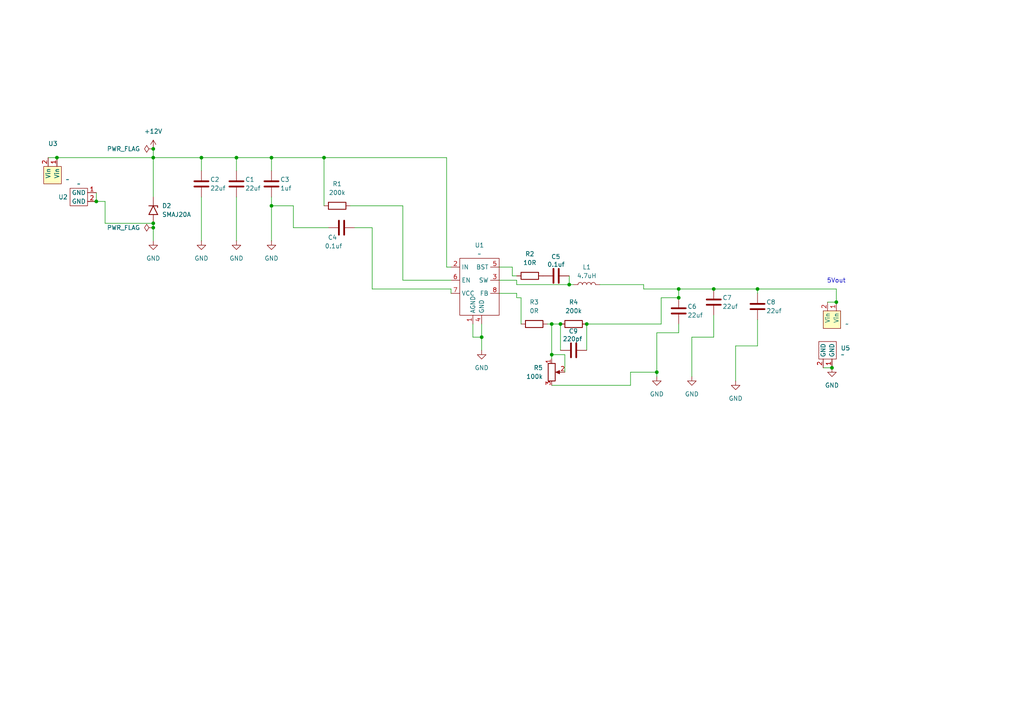
<source format=kicad_sch>
(kicad_sch
	(version 20231120)
	(generator "eeschema")
	(generator_version "8.0")
	(uuid "08521f80-aaf7-4c8a-b01f-49118cdbface")
	(paper "A4")
	(lib_symbols
		(symbol "Device:C"
			(pin_numbers hide)
			(pin_names
				(offset 0.254)
			)
			(exclude_from_sim no)
			(in_bom yes)
			(on_board yes)
			(property "Reference" "C"
				(at 0.635 2.54 0)
				(effects
					(font
						(size 1.27 1.27)
					)
					(justify left)
				)
			)
			(property "Value" "C"
				(at 0.635 -2.54 0)
				(effects
					(font
						(size 1.27 1.27)
					)
					(justify left)
				)
			)
			(property "Footprint" ""
				(at 0.9652 -3.81 0)
				(effects
					(font
						(size 1.27 1.27)
					)
					(hide yes)
				)
			)
			(property "Datasheet" "~"
				(at 0 0 0)
				(effects
					(font
						(size 1.27 1.27)
					)
					(hide yes)
				)
			)
			(property "Description" "Unpolarized capacitor"
				(at 0 0 0)
				(effects
					(font
						(size 1.27 1.27)
					)
					(hide yes)
				)
			)
			(property "ki_keywords" "cap capacitor"
				(at 0 0 0)
				(effects
					(font
						(size 1.27 1.27)
					)
					(hide yes)
				)
			)
			(property "ki_fp_filters" "C_*"
				(at 0 0 0)
				(effects
					(font
						(size 1.27 1.27)
					)
					(hide yes)
				)
			)
			(symbol "C_0_1"
				(polyline
					(pts
						(xy -2.032 -0.762) (xy 2.032 -0.762)
					)
					(stroke
						(width 0.508)
						(type default)
					)
					(fill
						(type none)
					)
				)
				(polyline
					(pts
						(xy -2.032 0.762) (xy 2.032 0.762)
					)
					(stroke
						(width 0.508)
						(type default)
					)
					(fill
						(type none)
					)
				)
			)
			(symbol "C_1_1"
				(pin passive line
					(at 0 3.81 270)
					(length 2.794)
					(name "~"
						(effects
							(font
								(size 1.27 1.27)
							)
						)
					)
					(number "1"
						(effects
							(font
								(size 1.27 1.27)
							)
						)
					)
				)
				(pin passive line
					(at 0 -3.81 90)
					(length 2.794)
					(name "~"
						(effects
							(font
								(size 1.27 1.27)
							)
						)
					)
					(number "2"
						(effects
							(font
								(size 1.27 1.27)
							)
						)
					)
				)
			)
		)
		(symbol "Device:L"
			(pin_numbers hide)
			(pin_names
				(offset 1.016) hide)
			(exclude_from_sim no)
			(in_bom yes)
			(on_board yes)
			(property "Reference" "L"
				(at -1.27 0 90)
				(effects
					(font
						(size 1.27 1.27)
					)
				)
			)
			(property "Value" "L"
				(at 1.905 0 90)
				(effects
					(font
						(size 1.27 1.27)
					)
				)
			)
			(property "Footprint" ""
				(at 0 0 0)
				(effects
					(font
						(size 1.27 1.27)
					)
					(hide yes)
				)
			)
			(property "Datasheet" "~"
				(at 0 0 0)
				(effects
					(font
						(size 1.27 1.27)
					)
					(hide yes)
				)
			)
			(property "Description" "Inductor"
				(at 0 0 0)
				(effects
					(font
						(size 1.27 1.27)
					)
					(hide yes)
				)
			)
			(property "ki_keywords" "inductor choke coil reactor magnetic"
				(at 0 0 0)
				(effects
					(font
						(size 1.27 1.27)
					)
					(hide yes)
				)
			)
			(property "ki_fp_filters" "Choke_* *Coil* Inductor_* L_*"
				(at 0 0 0)
				(effects
					(font
						(size 1.27 1.27)
					)
					(hide yes)
				)
			)
			(symbol "L_0_1"
				(arc
					(start 0 -2.54)
					(mid 0.6323 -1.905)
					(end 0 -1.27)
					(stroke
						(width 0)
						(type default)
					)
					(fill
						(type none)
					)
				)
				(arc
					(start 0 -1.27)
					(mid 0.6323 -0.635)
					(end 0 0)
					(stroke
						(width 0)
						(type default)
					)
					(fill
						(type none)
					)
				)
				(arc
					(start 0 0)
					(mid 0.6323 0.635)
					(end 0 1.27)
					(stroke
						(width 0)
						(type default)
					)
					(fill
						(type none)
					)
				)
				(arc
					(start 0 1.27)
					(mid 0.6323 1.905)
					(end 0 2.54)
					(stroke
						(width 0)
						(type default)
					)
					(fill
						(type none)
					)
				)
			)
			(symbol "L_1_1"
				(pin passive line
					(at 0 3.81 270)
					(length 1.27)
					(name "1"
						(effects
							(font
								(size 1.27 1.27)
							)
						)
					)
					(number "1"
						(effects
							(font
								(size 1.27 1.27)
							)
						)
					)
				)
				(pin passive line
					(at 0 -3.81 90)
					(length 1.27)
					(name "2"
						(effects
							(font
								(size 1.27 1.27)
							)
						)
					)
					(number "2"
						(effects
							(font
								(size 1.27 1.27)
							)
						)
					)
				)
			)
		)
		(symbol "Device:R"
			(pin_numbers hide)
			(pin_names
				(offset 0)
			)
			(exclude_from_sim no)
			(in_bom yes)
			(on_board yes)
			(property "Reference" "R"
				(at 2.032 0 90)
				(effects
					(font
						(size 1.27 1.27)
					)
				)
			)
			(property "Value" "R"
				(at 0 0 90)
				(effects
					(font
						(size 1.27 1.27)
					)
				)
			)
			(property "Footprint" ""
				(at -1.778 0 90)
				(effects
					(font
						(size 1.27 1.27)
					)
					(hide yes)
				)
			)
			(property "Datasheet" "~"
				(at 0 0 0)
				(effects
					(font
						(size 1.27 1.27)
					)
					(hide yes)
				)
			)
			(property "Description" "Resistor"
				(at 0 0 0)
				(effects
					(font
						(size 1.27 1.27)
					)
					(hide yes)
				)
			)
			(property "ki_keywords" "R res resistor"
				(at 0 0 0)
				(effects
					(font
						(size 1.27 1.27)
					)
					(hide yes)
				)
			)
			(property "ki_fp_filters" "R_*"
				(at 0 0 0)
				(effects
					(font
						(size 1.27 1.27)
					)
					(hide yes)
				)
			)
			(symbol "R_0_1"
				(rectangle
					(start -1.016 -2.54)
					(end 1.016 2.54)
					(stroke
						(width 0.254)
						(type default)
					)
					(fill
						(type none)
					)
				)
			)
			(symbol "R_1_1"
				(pin passive line
					(at 0 3.81 270)
					(length 1.27)
					(name "~"
						(effects
							(font
								(size 1.27 1.27)
							)
						)
					)
					(number "1"
						(effects
							(font
								(size 1.27 1.27)
							)
						)
					)
				)
				(pin passive line
					(at 0 -3.81 90)
					(length 1.27)
					(name "~"
						(effects
							(font
								(size 1.27 1.27)
							)
						)
					)
					(number "2"
						(effects
							(font
								(size 1.27 1.27)
							)
						)
					)
				)
			)
		)
		(symbol "Device:R_Potentiometer"
			(pin_names
				(offset 1.016) hide)
			(exclude_from_sim no)
			(in_bom yes)
			(on_board yes)
			(property "Reference" "RV"
				(at -4.445 0 90)
				(effects
					(font
						(size 1.27 1.27)
					)
				)
			)
			(property "Value" "R_Potentiometer"
				(at -2.54 0 90)
				(effects
					(font
						(size 1.27 1.27)
					)
				)
			)
			(property "Footprint" ""
				(at 0 0 0)
				(effects
					(font
						(size 1.27 1.27)
					)
					(hide yes)
				)
			)
			(property "Datasheet" "~"
				(at 0 0 0)
				(effects
					(font
						(size 1.27 1.27)
					)
					(hide yes)
				)
			)
			(property "Description" "Potentiometer"
				(at 0 0 0)
				(effects
					(font
						(size 1.27 1.27)
					)
					(hide yes)
				)
			)
			(property "ki_keywords" "resistor variable"
				(at 0 0 0)
				(effects
					(font
						(size 1.27 1.27)
					)
					(hide yes)
				)
			)
			(property "ki_fp_filters" "Potentiometer*"
				(at 0 0 0)
				(effects
					(font
						(size 1.27 1.27)
					)
					(hide yes)
				)
			)
			(symbol "R_Potentiometer_0_1"
				(polyline
					(pts
						(xy 2.54 0) (xy 1.524 0)
					)
					(stroke
						(width 0)
						(type default)
					)
					(fill
						(type none)
					)
				)
				(polyline
					(pts
						(xy 1.143 0) (xy 2.286 0.508) (xy 2.286 -0.508) (xy 1.143 0)
					)
					(stroke
						(width 0)
						(type default)
					)
					(fill
						(type outline)
					)
				)
				(rectangle
					(start 1.016 2.54)
					(end -1.016 -2.54)
					(stroke
						(width 0.254)
						(type default)
					)
					(fill
						(type none)
					)
				)
			)
			(symbol "R_Potentiometer_1_1"
				(pin passive line
					(at 0 3.81 270)
					(length 1.27)
					(name "1"
						(effects
							(font
								(size 1.27 1.27)
							)
						)
					)
					(number "1"
						(effects
							(font
								(size 1.27 1.27)
							)
						)
					)
				)
				(pin passive line
					(at 3.81 0 180)
					(length 1.27)
					(name "2"
						(effects
							(font
								(size 1.27 1.27)
							)
						)
					)
					(number "2"
						(effects
							(font
								(size 1.27 1.27)
							)
						)
					)
				)
				(pin passive line
					(at 0 -3.81 90)
					(length 1.27)
					(name "3"
						(effects
							(font
								(size 1.27 1.27)
							)
						)
					)
					(number "3"
						(effects
							(font
								(size 1.27 1.27)
							)
						)
					)
				)
			)
		)
		(symbol "Diode:SMAJ16A"
			(pin_numbers hide)
			(pin_names
				(offset 1.016) hide)
			(exclude_from_sim no)
			(in_bom yes)
			(on_board yes)
			(property "Reference" "D"
				(at 0 2.54 0)
				(effects
					(font
						(size 1.27 1.27)
					)
				)
			)
			(property "Value" "SMAJ16A"
				(at 0 -2.54 0)
				(effects
					(font
						(size 1.27 1.27)
					)
				)
			)
			(property "Footprint" "Diode_SMD:D_SMA"
				(at 0 -5.08 0)
				(effects
					(font
						(size 1.27 1.27)
					)
					(hide yes)
				)
			)
			(property "Datasheet" "https://www.littelfuse.com/media?resourcetype=datasheets&itemid=75e32973-b177-4ee3-a0ff-cedaf1abdb93&filename=smaj-datasheet"
				(at -1.27 0 0)
				(effects
					(font
						(size 1.27 1.27)
					)
					(hide yes)
				)
			)
			(property "Description" "400W unidirectional Transient Voltage Suppressor, 16.0Vr, SMA(DO-214AC)"
				(at 0 0 0)
				(effects
					(font
						(size 1.27 1.27)
					)
					(hide yes)
				)
			)
			(property "ki_keywords" "unidirectional diode TVS voltage suppressor"
				(at 0 0 0)
				(effects
					(font
						(size 1.27 1.27)
					)
					(hide yes)
				)
			)
			(property "ki_fp_filters" "D*SMA*"
				(at 0 0 0)
				(effects
					(font
						(size 1.27 1.27)
					)
					(hide yes)
				)
			)
			(symbol "SMAJ16A_0_1"
				(polyline
					(pts
						(xy -0.762 1.27) (xy -1.27 1.27) (xy -1.27 -1.27)
					)
					(stroke
						(width 0.254)
						(type default)
					)
					(fill
						(type none)
					)
				)
				(polyline
					(pts
						(xy 1.27 1.27) (xy 1.27 -1.27) (xy -1.27 0) (xy 1.27 1.27)
					)
					(stroke
						(width 0.254)
						(type default)
					)
					(fill
						(type none)
					)
				)
			)
			(symbol "SMAJ16A_1_1"
				(pin passive line
					(at -3.81 0 0)
					(length 2.54)
					(name "A1"
						(effects
							(font
								(size 1.27 1.27)
							)
						)
					)
					(number "1"
						(effects
							(font
								(size 1.27 1.27)
							)
						)
					)
				)
				(pin passive line
					(at 3.81 0 180)
					(length 2.54)
					(name "A2"
						(effects
							(font
								(size 1.27 1.27)
							)
						)
					)
					(number "2"
						(effects
							(font
								(size 1.27 1.27)
							)
						)
					)
				)
			)
		)
		(symbol "MP2236:MP2236"
			(exclude_from_sim no)
			(in_bom yes)
			(on_board yes)
			(property "Reference" "U"
				(at 3.556 2.794 0)
				(effects
					(font
						(size 1.27 1.27)
					)
				)
			)
			(property "Value" ""
				(at 0 0 0)
				(effects
					(font
						(size 1.27 1.27)
					)
				)
			)
			(property "Footprint" "Package_TO_SOT_SMD:TSOT-23-8"
				(at 0 0 0)
				(effects
					(font
						(size 1.27 1.27)
					)
					(hide yes)
				)
			)
			(property "Datasheet" ""
				(at 0 0 0)
				(effects
					(font
						(size 1.27 1.27)
					)
					(hide yes)
				)
			)
			(property "Description" ""
				(at 0 0 0)
				(effects
					(font
						(size 1.27 1.27)
					)
					(hide yes)
				)
			)
			(symbol "MP2236_0_1"
				(rectangle
					(start -1.27 0)
					(end 10.16 -16.51)
					(stroke
						(width 0)
						(type default)
					)
					(fill
						(type none)
					)
				)
			)
			(symbol "MP2236_1_1"
				(pin input line
					(at 2.54 -19.05 90)
					(length 2.54)
					(name "AGND"
						(effects
							(font
								(size 1.27 1.27)
							)
						)
					)
					(number "1"
						(effects
							(font
								(size 1.27 1.27)
							)
						)
					)
				)
				(pin input line
					(at -3.81 -2.54 0)
					(length 2.54)
					(name "IN"
						(effects
							(font
								(size 1.27 1.27)
							)
						)
					)
					(number "2"
						(effects
							(font
								(size 1.27 1.27)
							)
						)
					)
				)
				(pin input line
					(at 10.16 -6.35 180)
					(length 2.54)
					(name "SW"
						(effects
							(font
								(size 1.27 1.27)
							)
						)
					)
					(number "3"
						(effects
							(font
								(size 1.27 1.27)
							)
						)
					)
				)
				(pin input line
					(at 5.08 -19.05 90)
					(length 2.54)
					(name "GND"
						(effects
							(font
								(size 1.27 1.27)
							)
						)
					)
					(number "4"
						(effects
							(font
								(size 1.27 1.27)
							)
						)
					)
				)
				(pin input line
					(at 10.16 -2.54 180)
					(length 2.54)
					(name "BST"
						(effects
							(font
								(size 1.27 1.27)
							)
						)
					)
					(number "5"
						(effects
							(font
								(size 1.27 1.27)
							)
						)
					)
				)
				(pin input line
					(at -3.81 -6.35 0)
					(length 2.54)
					(name "EN"
						(effects
							(font
								(size 1.27 1.27)
							)
						)
					)
					(number "6"
						(effects
							(font
								(size 1.27 1.27)
							)
						)
					)
				)
				(pin input line
					(at -3.81 -10.16 0)
					(length 2.54)
					(name "VCC"
						(effects
							(font
								(size 1.27 1.27)
							)
						)
					)
					(number "7"
						(effects
							(font
								(size 1.27 1.27)
							)
						)
					)
				)
				(pin input line
					(at 10.16 -10.16 180)
					(length 2.54)
					(name "FB"
						(effects
							(font
								(size 1.27 1.27)
							)
						)
					)
					(number "8"
						(effects
							(font
								(size 1.27 1.27)
							)
						)
					)
				)
			)
		)
		(symbol "Powerpin:PWR-"
			(exclude_from_sim no)
			(in_bom yes)
			(on_board yes)
			(property "Reference" "U?"
				(at 4.318 1.27 0)
				(effects
					(font
						(size 1.27 1.27)
					)
				)
			)
			(property "Value" ""
				(at 0 0 0)
				(effects
					(font
						(size 1.27 1.27)
					)
				)
			)
			(property "Footprint" "Power_hole:V-"
				(at -1.524 5.334 0)
				(effects
					(font
						(size 1.27 1.27)
					)
					(hide yes)
				)
			)
			(property "Datasheet" ""
				(at 0 0 0)
				(effects
					(font
						(size 1.27 1.27)
					)
					(hide yes)
				)
			)
			(property "Description" ""
				(at 0 0 0)
				(effects
					(font
						(size 1.27 1.27)
					)
					(hide yes)
				)
			)
			(symbol "PWR-_0_1"
				(rectangle
					(start 1.27 0)
					(end 6.35 -5.08)
					(stroke
						(width 0)
						(type default)
					)
					(fill
						(type none)
					)
				)
			)
			(symbol "PWR-_1_1"
				(pin input line
					(at 8.89 -1.27 180)
					(length 2.54)
					(name "GND"
						(effects
							(font
								(size 1.27 1.27)
							)
						)
					)
					(number "1"
						(effects
							(font
								(size 1.27 1.27)
							)
						)
					)
				)
				(pin input line
					(at 8.89 -3.81 180)
					(length 2.54)
					(name "GND"
						(effects
							(font
								(size 1.27 1.27)
							)
						)
					)
					(number "2"
						(effects
							(font
								(size 1.27 1.27)
							)
						)
					)
				)
			)
		)
		(symbol "Powerpin:PWR2"
			(exclude_from_sim no)
			(in_bom yes)
			(on_board yes)
			(property "Reference" "U?"
				(at 1.27 0.254 0)
				(effects
					(font
						(size 1.27 1.27)
					)
				)
			)
			(property "Value" ""
				(at 0 0 0)
				(effects
					(font
						(size 1.27 1.27)
					)
				)
			)
			(property "Footprint" "Power_hole:V+"
				(at -1.778 4.318 0)
				(effects
					(font
						(size 1.27 1.27)
					)
					(hide yes)
				)
			)
			(property "Datasheet" ""
				(at 0 0 0)
				(effects
					(font
						(size 1.27 1.27)
					)
					(hide yes)
				)
			)
			(property "Description" ""
				(at 0 0 0)
				(effects
					(font
						(size 1.27 1.27)
					)
					(hide yes)
				)
			)
			(symbol "PWR2_1_1"
				(rectangle
					(start -1.27 -1.27)
					(end 3.81 -6.35)
					(stroke
						(width 0)
						(type default)
					)
					(fill
						(type background)
					)
				)
				(pin input line
					(at -3.81 -2.54 0)
					(length 2.54)
					(name "Vin"
						(effects
							(font
								(size 1.27 1.27)
							)
						)
					)
					(number "1"
						(effects
							(font
								(size 1.27 1.27)
							)
						)
					)
				)
				(pin input line
					(at -3.81 -5.08 0)
					(length 2.54)
					(name "Vin"
						(effects
							(font
								(size 1.27 1.27)
							)
						)
					)
					(number "2"
						(effects
							(font
								(size 1.27 1.27)
							)
						)
					)
				)
			)
		)
		(symbol "power:+12V"
			(power)
			(pin_numbers hide)
			(pin_names
				(offset 0) hide)
			(exclude_from_sim no)
			(in_bom yes)
			(on_board yes)
			(property "Reference" "#PWR"
				(at 0 -3.81 0)
				(effects
					(font
						(size 1.27 1.27)
					)
					(hide yes)
				)
			)
			(property "Value" "+12V"
				(at 0 3.556 0)
				(effects
					(font
						(size 1.27 1.27)
					)
				)
			)
			(property "Footprint" ""
				(at 0 0 0)
				(effects
					(font
						(size 1.27 1.27)
					)
					(hide yes)
				)
			)
			(property "Datasheet" ""
				(at 0 0 0)
				(effects
					(font
						(size 1.27 1.27)
					)
					(hide yes)
				)
			)
			(property "Description" "Power symbol creates a global label with name \"+12V\""
				(at 0 0 0)
				(effects
					(font
						(size 1.27 1.27)
					)
					(hide yes)
				)
			)
			(property "ki_keywords" "global power"
				(at 0 0 0)
				(effects
					(font
						(size 1.27 1.27)
					)
					(hide yes)
				)
			)
			(symbol "+12V_0_1"
				(polyline
					(pts
						(xy -0.762 1.27) (xy 0 2.54)
					)
					(stroke
						(width 0)
						(type default)
					)
					(fill
						(type none)
					)
				)
				(polyline
					(pts
						(xy 0 0) (xy 0 2.54)
					)
					(stroke
						(width 0)
						(type default)
					)
					(fill
						(type none)
					)
				)
				(polyline
					(pts
						(xy 0 2.54) (xy 0.762 1.27)
					)
					(stroke
						(width 0)
						(type default)
					)
					(fill
						(type none)
					)
				)
			)
			(symbol "+12V_1_1"
				(pin power_in line
					(at 0 0 90)
					(length 0)
					(name "~"
						(effects
							(font
								(size 1.27 1.27)
							)
						)
					)
					(number "1"
						(effects
							(font
								(size 1.27 1.27)
							)
						)
					)
				)
			)
		)
		(symbol "power:GND"
			(power)
			(pin_numbers hide)
			(pin_names
				(offset 0) hide)
			(exclude_from_sim no)
			(in_bom yes)
			(on_board yes)
			(property "Reference" "#PWR"
				(at 0 -6.35 0)
				(effects
					(font
						(size 1.27 1.27)
					)
					(hide yes)
				)
			)
			(property "Value" "GND"
				(at 0 -3.81 0)
				(effects
					(font
						(size 1.27 1.27)
					)
				)
			)
			(property "Footprint" ""
				(at 0 0 0)
				(effects
					(font
						(size 1.27 1.27)
					)
					(hide yes)
				)
			)
			(property "Datasheet" ""
				(at 0 0 0)
				(effects
					(font
						(size 1.27 1.27)
					)
					(hide yes)
				)
			)
			(property "Description" "Power symbol creates a global label with name \"GND\" , ground"
				(at 0 0 0)
				(effects
					(font
						(size 1.27 1.27)
					)
					(hide yes)
				)
			)
			(property "ki_keywords" "global power"
				(at 0 0 0)
				(effects
					(font
						(size 1.27 1.27)
					)
					(hide yes)
				)
			)
			(symbol "GND_0_1"
				(polyline
					(pts
						(xy 0 0) (xy 0 -1.27) (xy 1.27 -1.27) (xy 0 -2.54) (xy -1.27 -1.27) (xy 0 -1.27)
					)
					(stroke
						(width 0)
						(type default)
					)
					(fill
						(type none)
					)
				)
			)
			(symbol "GND_1_1"
				(pin power_in line
					(at 0 0 270)
					(length 0)
					(name "~"
						(effects
							(font
								(size 1.27 1.27)
							)
						)
					)
					(number "1"
						(effects
							(font
								(size 1.27 1.27)
							)
						)
					)
				)
			)
		)
		(symbol "power:PWR_FLAG"
			(power)
			(pin_numbers hide)
			(pin_names
				(offset 0) hide)
			(exclude_from_sim no)
			(in_bom yes)
			(on_board yes)
			(property "Reference" "#FLG"
				(at 0 1.905 0)
				(effects
					(font
						(size 1.27 1.27)
					)
					(hide yes)
				)
			)
			(property "Value" "PWR_FLAG"
				(at 0 3.81 0)
				(effects
					(font
						(size 1.27 1.27)
					)
				)
			)
			(property "Footprint" ""
				(at 0 0 0)
				(effects
					(font
						(size 1.27 1.27)
					)
					(hide yes)
				)
			)
			(property "Datasheet" "~"
				(at 0 0 0)
				(effects
					(font
						(size 1.27 1.27)
					)
					(hide yes)
				)
			)
			(property "Description" "Special symbol for telling ERC where power comes from"
				(at 0 0 0)
				(effects
					(font
						(size 1.27 1.27)
					)
					(hide yes)
				)
			)
			(property "ki_keywords" "flag power"
				(at 0 0 0)
				(effects
					(font
						(size 1.27 1.27)
					)
					(hide yes)
				)
			)
			(symbol "PWR_FLAG_0_0"
				(pin power_out line
					(at 0 0 90)
					(length 0)
					(name "~"
						(effects
							(font
								(size 1.27 1.27)
							)
						)
					)
					(number "1"
						(effects
							(font
								(size 1.27 1.27)
							)
						)
					)
				)
			)
			(symbol "PWR_FLAG_0_1"
				(polyline
					(pts
						(xy 0 0) (xy 0 1.27) (xy -1.016 1.905) (xy 0 2.54) (xy 1.016 1.905) (xy 0 1.27)
					)
					(stroke
						(width 0)
						(type default)
					)
					(fill
						(type none)
					)
				)
			)
		)
	)
	(junction
		(at 16.51 45.72)
		(diameter 0)
		(color 0 0 0 0)
		(uuid "0c528cc4-56f6-40f1-a35e-efa8263185d2")
	)
	(junction
		(at 58.42 45.72)
		(diameter 0)
		(color 0 0 0 0)
		(uuid "158069bc-b5b6-4408-82ac-3732f81eb946")
	)
	(junction
		(at 241.3 106.68)
		(diameter 0)
		(color 0 0 0 0)
		(uuid "1daea6ca-1dae-43c7-b087-b170d15abb3c")
	)
	(junction
		(at 44.45 66.04)
		(diameter 0)
		(color 0 0 0 0)
		(uuid "293b19b6-3dac-4683-83aa-dc6469d0251b")
	)
	(junction
		(at 207.01 83.82)
		(diameter 0)
		(color 0 0 0 0)
		(uuid "2fa81fd6-8a39-4a89-b47e-cfc452d5a7eb")
	)
	(junction
		(at 162.56 93.98)
		(diameter 0)
		(color 0 0 0 0)
		(uuid "3d04dd74-0123-4d00-9901-14fb3a467ed0")
	)
	(junction
		(at 165.1 82.55)
		(diameter 0)
		(color 0 0 0 0)
		(uuid "4ab4218c-9c0b-4305-9481-775a8dedc852")
	)
	(junction
		(at 196.85 86.36)
		(diameter 0)
		(color 0 0 0 0)
		(uuid "4ae3b6dc-f9bb-4d26-b12f-b63ec9fc5f48")
	)
	(junction
		(at 219.71 83.82)
		(diameter 0)
		(color 0 0 0 0)
		(uuid "52d866c6-4e1a-4bc1-9453-3963ae63af01")
	)
	(junction
		(at 190.5 107.95)
		(diameter 0)
		(color 0 0 0 0)
		(uuid "5fa7c1c1-5de9-431f-9248-158eef76f5ce")
	)
	(junction
		(at 170.18 93.98)
		(diameter 0)
		(color 0 0 0 0)
		(uuid "6fedc51f-c2b4-4108-baa8-58ebe58df049")
	)
	(junction
		(at 93.98 45.72)
		(diameter 0)
		(color 0 0 0 0)
		(uuid "89aad740-a679-41e1-b82a-d24dc73d0dac")
	)
	(junction
		(at 27.94 58.42)
		(diameter 0)
		(color 0 0 0 0)
		(uuid "8bc1651c-b220-4f8d-9b52-caf67156506a")
	)
	(junction
		(at 160.02 93.98)
		(diameter 0)
		(color 0 0 0 0)
		(uuid "8f228f3b-8c6d-4665-8124-d71940883fa9")
	)
	(junction
		(at 242.57 87.63)
		(diameter 0)
		(color 0 0 0 0)
		(uuid "9143f395-d559-47b0-811c-aa14ac65a7ca")
	)
	(junction
		(at 139.7 97.79)
		(diameter 0)
		(color 0 0 0 0)
		(uuid "b1306cbe-6002-466b-bc2f-530f7bc80bc3")
	)
	(junction
		(at 44.45 45.72)
		(diameter 0)
		(color 0 0 0 0)
		(uuid "b5f7713d-aff7-41f1-9716-53ffe6e1f097")
	)
	(junction
		(at 196.85 83.82)
		(diameter 0)
		(color 0 0 0 0)
		(uuid "d4ce5b58-1ca9-4f32-960d-8f9bdf0e6a46")
	)
	(junction
		(at 78.74 59.69)
		(diameter 0)
		(color 0 0 0 0)
		(uuid "d6be53b3-2dea-423f-9105-5a7d60c61a53")
	)
	(junction
		(at 44.45 43.18)
		(diameter 0)
		(color 0 0 0 0)
		(uuid "d9a9c422-5154-44bc-a5e2-eb6a66f5811e")
	)
	(junction
		(at 78.74 45.72)
		(diameter 0)
		(color 0 0 0 0)
		(uuid "de3708d5-2b5c-4944-b88f-3277133a4eac")
	)
	(junction
		(at 160.02 102.87)
		(diameter 0)
		(color 0 0 0 0)
		(uuid "e30fc992-71b3-4c95-a4d0-66688d0a025d")
	)
	(junction
		(at 68.58 45.72)
		(diameter 0)
		(color 0 0 0 0)
		(uuid "e8d00bb5-00d0-449a-a730-84d2aa91e2f5")
	)
	(junction
		(at 44.45 64.77)
		(diameter 0)
		(color 0 0 0 0)
		(uuid "f5ddecfe-d0b1-4204-8770-99dc7d68fcfb")
	)
	(wire
		(pts
			(xy 149.86 80.01) (xy 148.59 80.01)
		)
		(stroke
			(width 0)
			(type default)
		)
		(uuid "0248d3f1-d891-489f-a7fb-36b6131e2da4")
	)
	(wire
		(pts
			(xy 213.36 100.33) (xy 219.71 100.33)
		)
		(stroke
			(width 0)
			(type default)
		)
		(uuid "0498b069-6076-499c-a036-37fa7bee55ff")
	)
	(wire
		(pts
			(xy 85.09 59.69) (xy 78.74 59.69)
		)
		(stroke
			(width 0)
			(type default)
		)
		(uuid "06d1070d-5258-4bc6-8eb4-9a1360ffa9f7")
	)
	(wire
		(pts
			(xy 186.69 83.82) (xy 196.85 83.82)
		)
		(stroke
			(width 0)
			(type default)
		)
		(uuid "0c628c73-36b1-4fcd-b766-6f75ea7687e9")
	)
	(wire
		(pts
			(xy 213.36 100.33) (xy 213.36 110.49)
		)
		(stroke
			(width 0)
			(type default)
		)
		(uuid "10514348-18de-4b89-9160-62907e84f867")
	)
	(wire
		(pts
			(xy 200.66 97.79) (xy 200.66 109.22)
		)
		(stroke
			(width 0)
			(type default)
		)
		(uuid "15a864af-a999-41c2-9aad-95c269989a2b")
	)
	(wire
		(pts
			(xy 151.13 93.98) (xy 151.13 86.36)
		)
		(stroke
			(width 0)
			(type default)
		)
		(uuid "1688a67e-7344-403b-bf6f-6f075f541249")
	)
	(wire
		(pts
			(xy 170.18 93.98) (xy 170.18 101.6)
		)
		(stroke
			(width 0)
			(type default)
		)
		(uuid "1b23cae7-f74f-4b09-acfd-fb8cdb6a450c")
	)
	(wire
		(pts
			(xy 190.5 96.52) (xy 190.5 107.95)
		)
		(stroke
			(width 0)
			(type default)
		)
		(uuid "1fdc47d7-17ae-4a52-8c53-0e46f1c8e134")
	)
	(wire
		(pts
			(xy 160.02 93.98) (xy 162.56 93.98)
		)
		(stroke
			(width 0)
			(type default)
		)
		(uuid "27111e33-5025-4de0-9a7f-535025d95823")
	)
	(wire
		(pts
			(xy 240.03 87.63) (xy 242.57 87.63)
		)
		(stroke
			(width 0)
			(type default)
		)
		(uuid "27aac149-d056-4d95-ad1c-ade39a8dd363")
	)
	(wire
		(pts
			(xy 93.98 45.72) (xy 93.98 59.69)
		)
		(stroke
			(width 0)
			(type default)
		)
		(uuid "29a880a6-681e-4ece-b6ae-e5942618ca55")
	)
	(wire
		(pts
			(xy 102.87 66.04) (xy 107.95 66.04)
		)
		(stroke
			(width 0)
			(type default)
		)
		(uuid "2a1f3a0a-efa4-4ace-bef0-d072e1b1cc6d")
	)
	(wire
		(pts
			(xy 44.45 64.77) (xy 44.45 66.04)
		)
		(stroke
			(width 0)
			(type default)
		)
		(uuid "2c1ee008-18c8-41a6-a652-7478ad61080c")
	)
	(wire
		(pts
			(xy 165.1 82.55) (xy 166.37 82.55)
		)
		(stroke
			(width 0)
			(type default)
		)
		(uuid "2d573e91-342a-4458-96f3-79cfc5dbbb8e")
	)
	(wire
		(pts
			(xy 163.83 107.95) (xy 163.83 102.87)
		)
		(stroke
			(width 0)
			(type default)
		)
		(uuid "32293e50-cd73-4333-85a4-d9ade934e520")
	)
	(wire
		(pts
			(xy 101.6 59.69) (xy 116.84 59.69)
		)
		(stroke
			(width 0)
			(type default)
		)
		(uuid "32a87411-ce25-41b8-8aed-cc106046740e")
	)
	(wire
		(pts
			(xy 149.86 81.28) (xy 149.86 82.55)
		)
		(stroke
			(width 0)
			(type default)
		)
		(uuid "366290f1-b07f-4d65-822d-5549ad4c5291")
	)
	(wire
		(pts
			(xy 58.42 45.72) (xy 58.42 49.53)
		)
		(stroke
			(width 0)
			(type default)
		)
		(uuid "3722953c-1b79-4134-9af8-89cf8a23c35f")
	)
	(wire
		(pts
			(xy 196.85 83.82) (xy 207.01 83.82)
		)
		(stroke
			(width 0)
			(type default)
		)
		(uuid "37b5fb1a-1a4b-4554-8a16-e13356d5eb47")
	)
	(wire
		(pts
			(xy 219.71 83.82) (xy 242.57 83.82)
		)
		(stroke
			(width 0)
			(type default)
		)
		(uuid "38e66703-e030-4eb1-8fcb-d73bc47467e4")
	)
	(wire
		(pts
			(xy 144.78 85.09) (xy 149.86 85.09)
		)
		(stroke
			(width 0)
			(type default)
		)
		(uuid "49920d1c-5b7b-4c58-8919-336d4e028af5")
	)
	(wire
		(pts
			(xy 30.48 58.42) (xy 30.48 64.77)
		)
		(stroke
			(width 0)
			(type default)
		)
		(uuid "50b90679-3aeb-4081-a1ee-126655612c90")
	)
	(wire
		(pts
			(xy 78.74 45.72) (xy 78.74 49.53)
		)
		(stroke
			(width 0)
			(type default)
		)
		(uuid "521b726e-4c26-49f0-b0fc-f71e080277f1")
	)
	(wire
		(pts
			(xy 116.84 81.28) (xy 130.81 81.28)
		)
		(stroke
			(width 0)
			(type default)
		)
		(uuid "54a1bd71-664d-468e-82b0-79719f8c84b1")
	)
	(wire
		(pts
			(xy 219.71 83.82) (xy 207.01 83.82)
		)
		(stroke
			(width 0)
			(type default)
		)
		(uuid "559fbfa5-e9f8-4bfc-9073-46fbdc0a0a91")
	)
	(wire
		(pts
			(xy 191.77 86.36) (xy 196.85 86.36)
		)
		(stroke
			(width 0)
			(type default)
		)
		(uuid "57ce48e2-9eaa-4b81-b969-2207127d6d75")
	)
	(wire
		(pts
			(xy 182.88 107.95) (xy 190.5 107.95)
		)
		(stroke
			(width 0)
			(type default)
		)
		(uuid "5abfc83a-737d-4ef3-b4a6-d9eacd48f5c4")
	)
	(wire
		(pts
			(xy 200.66 97.79) (xy 207.01 97.79)
		)
		(stroke
			(width 0)
			(type default)
		)
		(uuid "6289544c-99f4-4077-8007-d827cfe3797a")
	)
	(wire
		(pts
			(xy 129.54 77.47) (xy 130.81 77.47)
		)
		(stroke
			(width 0)
			(type default)
		)
		(uuid "66d47675-4213-4995-84da-ad90a1de0fa4")
	)
	(wire
		(pts
			(xy 30.48 64.77) (xy 44.45 64.77)
		)
		(stroke
			(width 0)
			(type default)
		)
		(uuid "67311dc0-5a3b-46b4-bf63-e9c07d110a4b")
	)
	(wire
		(pts
			(xy 16.51 45.72) (xy 44.45 45.72)
		)
		(stroke
			(width 0)
			(type default)
		)
		(uuid "690057f8-0f56-4e9b-bcae-a36b158149a8")
	)
	(wire
		(pts
			(xy 139.7 97.79) (xy 139.7 101.6)
		)
		(stroke
			(width 0)
			(type default)
		)
		(uuid "69aec2ef-049c-459d-9050-b8f575b9e620")
	)
	(wire
		(pts
			(xy 196.85 93.98) (xy 196.85 96.52)
		)
		(stroke
			(width 0)
			(type default)
		)
		(uuid "6a6053de-760b-48fb-82bb-8b14b45bc5c4")
	)
	(wire
		(pts
			(xy 191.77 93.98) (xy 191.77 86.36)
		)
		(stroke
			(width 0)
			(type default)
		)
		(uuid "6cb28d2b-097e-470d-93b6-704c18be0304")
	)
	(wire
		(pts
			(xy 160.02 102.87) (xy 160.02 93.98)
		)
		(stroke
			(width 0)
			(type default)
		)
		(uuid "6d6dd247-d1b5-461a-a714-3f92dbba3091")
	)
	(wire
		(pts
			(xy 148.59 80.01) (xy 148.59 77.47)
		)
		(stroke
			(width 0)
			(type default)
		)
		(uuid "7011767a-29bc-494d-b565-88b140b0fb02")
	)
	(wire
		(pts
			(xy 182.88 111.76) (xy 182.88 107.95)
		)
		(stroke
			(width 0)
			(type default)
		)
		(uuid "8141c805-9bbd-48f1-a96c-604426234eb6")
	)
	(wire
		(pts
			(xy 190.5 96.52) (xy 196.85 96.52)
		)
		(stroke
			(width 0)
			(type default)
		)
		(uuid "81e894cf-a0e9-4530-ab62-d2fa9d18e997")
	)
	(wire
		(pts
			(xy 95.25 66.04) (xy 85.09 66.04)
		)
		(stroke
			(width 0)
			(type default)
		)
		(uuid "82968dd4-8daa-4201-9def-2fa554660f13")
	)
	(wire
		(pts
			(xy 130.81 83.82) (xy 130.81 85.09)
		)
		(stroke
			(width 0)
			(type default)
		)
		(uuid "82bfa77b-1058-48e9-bf2d-5dab7419037e")
	)
	(wire
		(pts
			(xy 149.86 85.09) (xy 149.86 86.36)
		)
		(stroke
			(width 0)
			(type default)
		)
		(uuid "832fc88c-d17b-424d-88be-83616047ddd8")
	)
	(wire
		(pts
			(xy 85.09 66.04) (xy 85.09 59.69)
		)
		(stroke
			(width 0)
			(type default)
		)
		(uuid "866b235d-5857-41d6-96fe-233c897f8457")
	)
	(wire
		(pts
			(xy 190.5 107.95) (xy 190.5 109.22)
		)
		(stroke
			(width 0)
			(type default)
		)
		(uuid "8cceb0c2-bc5a-4505-97f2-062e6f81711f")
	)
	(wire
		(pts
			(xy 163.83 102.87) (xy 160.02 102.87)
		)
		(stroke
			(width 0)
			(type default)
		)
		(uuid "95c5a3f6-c806-4b18-b745-b7c4ea75119e")
	)
	(wire
		(pts
			(xy 242.57 83.82) (xy 242.57 87.63)
		)
		(stroke
			(width 0)
			(type default)
		)
		(uuid "9c5db5c6-1d8c-4f0d-80b1-5515aeaf82d3")
	)
	(wire
		(pts
			(xy 207.01 97.79) (xy 207.01 91.44)
		)
		(stroke
			(width 0)
			(type default)
		)
		(uuid "9e19fa66-904d-40e5-9b6e-bd092a853505")
	)
	(wire
		(pts
			(xy 149.86 82.55) (xy 165.1 82.55)
		)
		(stroke
			(width 0)
			(type default)
		)
		(uuid "a14304d2-9584-4e20-a9c4-47e043b7a9e8")
	)
	(wire
		(pts
			(xy 139.7 93.98) (xy 139.7 97.79)
		)
		(stroke
			(width 0)
			(type default)
		)
		(uuid "a358e10e-f784-44f7-89e9-50df8f972c14")
	)
	(wire
		(pts
			(xy 160.02 104.14) (xy 160.02 102.87)
		)
		(stroke
			(width 0)
			(type default)
		)
		(uuid "a35c6677-2f23-467a-96e5-2514ac456f90")
	)
	(wire
		(pts
			(xy 107.95 83.82) (xy 130.81 83.82)
		)
		(stroke
			(width 0)
			(type default)
		)
		(uuid "a6e9d576-d713-4cef-98b8-3a8749dbb2fa")
	)
	(wire
		(pts
			(xy 107.95 83.82) (xy 107.95 66.04)
		)
		(stroke
			(width 0)
			(type default)
		)
		(uuid "a7eb3052-e580-41de-b3a7-881803322179")
	)
	(wire
		(pts
			(xy 219.71 100.33) (xy 219.71 92.71)
		)
		(stroke
			(width 0)
			(type default)
		)
		(uuid "a9ea2e61-54d5-42b3-92ac-0fb2ff740c2a")
	)
	(wire
		(pts
			(xy 68.58 69.85) (xy 68.58 57.15)
		)
		(stroke
			(width 0)
			(type default)
		)
		(uuid "a9f6a212-02ec-4446-8ea5-679f51359a3e")
	)
	(wire
		(pts
			(xy 158.75 93.98) (xy 160.02 93.98)
		)
		(stroke
			(width 0)
			(type default)
		)
		(uuid "ab0db5dc-8597-4c4b-9133-10e37fc3bcff")
	)
	(wire
		(pts
			(xy 78.74 59.69) (xy 78.74 69.85)
		)
		(stroke
			(width 0)
			(type default)
		)
		(uuid "c03b076d-2681-4d04-91ff-e8850ea9a0a5")
	)
	(wire
		(pts
			(xy 58.42 57.15) (xy 58.42 69.85)
		)
		(stroke
			(width 0)
			(type default)
		)
		(uuid "c2c5d65e-d42b-4c89-9cd5-470694b57dde")
	)
	(wire
		(pts
			(xy 186.69 82.55) (xy 186.69 83.82)
		)
		(stroke
			(width 0)
			(type default)
		)
		(uuid "c30125be-4060-409f-a17b-97f84a9ce8b6")
	)
	(wire
		(pts
			(xy 137.16 97.79) (xy 139.7 97.79)
		)
		(stroke
			(width 0)
			(type default)
		)
		(uuid "c7f770ab-6b45-4668-b4b2-218bfa736029")
	)
	(wire
		(pts
			(xy 238.76 106.68) (xy 241.3 106.68)
		)
		(stroke
			(width 0)
			(type default)
		)
		(uuid "c865eeaa-9cd4-4eda-b70d-1a81fce20445")
	)
	(wire
		(pts
			(xy 44.45 43.18) (xy 44.45 45.72)
		)
		(stroke
			(width 0)
			(type default)
		)
		(uuid "c8961ddc-d22d-4605-8828-df3e0b6678e7")
	)
	(wire
		(pts
			(xy 116.84 59.69) (xy 116.84 81.28)
		)
		(stroke
			(width 0)
			(type default)
		)
		(uuid "c8c98b87-ceab-4dde-811a-cc628525292e")
	)
	(wire
		(pts
			(xy 162.56 93.98) (xy 162.56 101.6)
		)
		(stroke
			(width 0)
			(type default)
		)
		(uuid "ca0f088e-7eb0-428d-b7f4-940facb538c0")
	)
	(wire
		(pts
			(xy 144.78 81.28) (xy 149.86 81.28)
		)
		(stroke
			(width 0)
			(type default)
		)
		(uuid "cd98ab26-a9b0-4ab9-a519-16000d8630b9")
	)
	(wire
		(pts
			(xy 78.74 45.72) (xy 93.98 45.72)
		)
		(stroke
			(width 0)
			(type default)
		)
		(uuid "cf5d3fc1-6544-47fb-9233-456d6247452e")
	)
	(wire
		(pts
			(xy 165.1 80.01) (xy 165.1 82.55)
		)
		(stroke
			(width 0)
			(type default)
		)
		(uuid "d0042f1d-33bb-435d-946c-da79e22f9984")
	)
	(wire
		(pts
			(xy 151.13 86.36) (xy 149.86 86.36)
		)
		(stroke
			(width 0)
			(type default)
		)
		(uuid "d0e4697c-5699-49f9-9d85-b234918d72da")
	)
	(wire
		(pts
			(xy 13.97 45.72) (xy 16.51 45.72)
		)
		(stroke
			(width 0)
			(type default)
		)
		(uuid "d19b41ad-d0c2-452e-846d-e97d1fa09d55")
	)
	(wire
		(pts
			(xy 93.98 45.72) (xy 129.54 45.72)
		)
		(stroke
			(width 0)
			(type default)
		)
		(uuid "d1e1a9a7-f2d8-4537-b04f-7a8542ce82da")
	)
	(wire
		(pts
			(xy 68.58 45.72) (xy 78.74 45.72)
		)
		(stroke
			(width 0)
			(type default)
		)
		(uuid "d23e97f7-001b-49c5-8d4c-78a9c278e53b")
	)
	(wire
		(pts
			(xy 148.59 77.47) (xy 144.78 77.47)
		)
		(stroke
			(width 0)
			(type default)
		)
		(uuid "d32c6bee-94b8-402d-a62c-65cce0242f3f")
	)
	(wire
		(pts
			(xy 78.74 57.15) (xy 78.74 59.69)
		)
		(stroke
			(width 0)
			(type default)
		)
		(uuid "d4a2f237-d628-4bca-a71d-296ffbc244b1")
	)
	(wire
		(pts
			(xy 27.94 58.42) (xy 30.48 58.42)
		)
		(stroke
			(width 0)
			(type default)
		)
		(uuid "d4b684c3-ec04-44b2-8706-858808dae4ca")
	)
	(wire
		(pts
			(xy 44.45 45.72) (xy 44.45 57.15)
		)
		(stroke
			(width 0)
			(type default)
		)
		(uuid "d663248c-efc5-46d5-87a0-acaf01bf09a4")
	)
	(wire
		(pts
			(xy 58.42 45.72) (xy 68.58 45.72)
		)
		(stroke
			(width 0)
			(type default)
		)
		(uuid "d98fb83a-a2d0-45e7-bef9-961cccbe9202")
	)
	(wire
		(pts
			(xy 219.71 85.09) (xy 219.71 83.82)
		)
		(stroke
			(width 0)
			(type default)
		)
		(uuid "dccfc087-0b19-4082-a97b-323d8e14da97")
	)
	(wire
		(pts
			(xy 129.54 45.72) (xy 129.54 77.47)
		)
		(stroke
			(width 0)
			(type default)
		)
		(uuid "dd17366d-32cb-4c95-ada5-856acdf89bde")
	)
	(wire
		(pts
			(xy 170.18 93.98) (xy 191.77 93.98)
		)
		(stroke
			(width 0)
			(type default)
		)
		(uuid "dd679b66-408d-4291-8108-8e002cb9eb37")
	)
	(wire
		(pts
			(xy 173.99 82.55) (xy 186.69 82.55)
		)
		(stroke
			(width 0)
			(type default)
		)
		(uuid "e417eb6d-b3ba-45f4-bcd8-e84404728c43")
	)
	(wire
		(pts
			(xy 137.16 93.98) (xy 137.16 97.79)
		)
		(stroke
			(width 0)
			(type default)
		)
		(uuid "e4361e62-2bb2-47a9-87c3-16a68514964e")
	)
	(wire
		(pts
			(xy 44.45 45.72) (xy 58.42 45.72)
		)
		(stroke
			(width 0)
			(type default)
		)
		(uuid "ee350fa3-8d96-45ef-a8b0-8e0b36085a5e")
	)
	(wire
		(pts
			(xy 68.58 45.72) (xy 68.58 49.53)
		)
		(stroke
			(width 0)
			(type default)
		)
		(uuid "f0238f98-ac2e-4416-a4de-c637f4786c39")
	)
	(wire
		(pts
			(xy 44.45 66.04) (xy 44.45 69.85)
		)
		(stroke
			(width 0)
			(type default)
		)
		(uuid "fa06b334-27f3-4651-80ee-a2d28e176cf9")
	)
	(wire
		(pts
			(xy 196.85 83.82) (xy 196.85 86.36)
		)
		(stroke
			(width 0)
			(type default)
		)
		(uuid "fbe04889-69b8-4c05-a547-5574d2ead7b0")
	)
	(wire
		(pts
			(xy 27.94 55.88) (xy 27.94 58.42)
		)
		(stroke
			(width 0)
			(type default)
		)
		(uuid "fd621985-d00d-4ee2-804d-c827a17d532a")
	)
	(wire
		(pts
			(xy 160.02 111.76) (xy 182.88 111.76)
		)
		(stroke
			(width 0)
			(type default)
		)
		(uuid "ff770348-50b6-45fc-bc71-a27dac1479ce")
	)
	(text "5Vout\n"
		(exclude_from_sim no)
		(at 242.57 81.534 0)
		(effects
			(font
				(size 1.27 1.27)
			)
		)
		(uuid "53d7df66-b9bc-46ce-84c6-de57f43b828c")
	)
	(symbol
		(lib_id "power:GND")
		(at 200.66 109.22 0)
		(unit 1)
		(exclude_from_sim no)
		(in_bom yes)
		(on_board yes)
		(dnp no)
		(fields_autoplaced yes)
		(uuid "02e43aa7-8c30-4d74-ab7f-2878f8eaca63")
		(property "Reference" "#PWR03"
			(at 200.66 115.57 0)
			(effects
				(font
					(size 1.27 1.27)
				)
				(hide yes)
			)
		)
		(property "Value" "GND"
			(at 200.66 114.3 0)
			(effects
				(font
					(size 1.27 1.27)
				)
			)
		)
		(property "Footprint" ""
			(at 200.66 109.22 0)
			(effects
				(font
					(size 1.27 1.27)
				)
				(hide yes)
			)
		)
		(property "Datasheet" ""
			(at 200.66 109.22 0)
			(effects
				(font
					(size 1.27 1.27)
				)
				(hide yes)
			)
		)
		(property "Description" "Power symbol creates a global label with name \"GND\" , ground"
			(at 200.66 109.22 0)
			(effects
				(font
					(size 1.27 1.27)
				)
				(hide yes)
			)
		)
		(pin "1"
			(uuid "10daace7-784e-401d-95e5-ba36101d8425")
		)
		(instances
			(project ""
				(path "/08521f80-aaf7-4c8a-b01f-49118cdbface"
					(reference "#PWR03")
					(unit 1)
				)
			)
			(project ""
				(path "/611150ff-bc7c-4e9d-b66d-1450ce851650"
					(reference "#PWR03")
					(unit 1)
				)
			)
		)
	)
	(symbol
		(lib_id "Device:C")
		(at 207.01 87.63 180)
		(unit 1)
		(exclude_from_sim no)
		(in_bom yes)
		(on_board yes)
		(dnp no)
		(uuid "0bdeb774-8f99-4bb5-b13c-107102c9330d")
		(property "Reference" "C7"
			(at 209.55 86.3599 0)
			(effects
				(font
					(size 1.27 1.27)
				)
				(justify right)
			)
		)
		(property "Value" "22uf"
			(at 209.55 88.8999 0)
			(effects
				(font
					(size 1.27 1.27)
				)
				(justify right)
			)
		)
		(property "Footprint" "Capacitor_SMD:C_0805_2012Metric"
			(at 206.0448 83.82 0)
			(effects
				(font
					(size 1.27 1.27)
				)
				(hide yes)
			)
		)
		(property "Datasheet" "~"
			(at 207.01 87.63 0)
			(effects
				(font
					(size 1.27 1.27)
				)
				(hide yes)
			)
		)
		(property "Description" "Unpolarized capacitor"
			(at 207.01 87.63 0)
			(effects
				(font
					(size 1.27 1.27)
				)
				(hide yes)
			)
		)
		(pin "2"
			(uuid "5474560a-8fb6-4e07-80b4-4859a0b9bd4c")
		)
		(pin "1"
			(uuid "e0c845a7-0258-4e1d-92cd-b583891211c2")
		)
		(instances
			(project "power"
				(path "/08521f80-aaf7-4c8a-b01f-49118cdbface"
					(reference "C7")
					(unit 1)
				)
			)
			(project "converter"
				(path "/611150ff-bc7c-4e9d-b66d-1450ce851650"
					(reference "C11")
					(unit 1)
				)
			)
		)
	)
	(symbol
		(lib_id "Device:C")
		(at 161.29 80.01 270)
		(unit 1)
		(exclude_from_sim no)
		(in_bom yes)
		(on_board yes)
		(dnp no)
		(uuid "14074f1c-72dc-4503-b8da-0db1d8b40ca9")
		(property "Reference" "C5"
			(at 162.56 75.184 90)
			(effects
				(font
					(size 1.27 1.27)
				)
				(justify right bottom)
			)
		)
		(property "Value" "0.1uf"
			(at 163.83 76.708 90)
			(effects
				(font
					(size 1.27 1.27)
				)
				(justify right)
			)
		)
		(property "Footprint" "Capacitor_SMD:C_1206_3216Metric"
			(at 157.48 80.9752 0)
			(effects
				(font
					(size 1.27 1.27)
				)
				(hide yes)
			)
		)
		(property "Datasheet" "~"
			(at 161.29 80.01 0)
			(effects
				(font
					(size 1.27 1.27)
				)
				(hide yes)
			)
		)
		(property "Description" "Unpolarized capacitor"
			(at 161.29 80.01 0)
			(effects
				(font
					(size 1.27 1.27)
				)
				(hide yes)
			)
		)
		(pin "2"
			(uuid "ac666a9a-1d1c-4b77-a528-3249be5ae824")
		)
		(pin "1"
			(uuid "b0287f5f-8e88-47b0-a78e-311f8d94a585")
		)
		(instances
			(project "power"
				(path "/08521f80-aaf7-4c8a-b01f-49118cdbface"
					(reference "C5")
					(unit 1)
				)
			)
			(project "converter"
				(path "/611150ff-bc7c-4e9d-b66d-1450ce851650"
					(reference "C8")
					(unit 1)
				)
			)
		)
	)
	(symbol
		(lib_id "power:PWR_FLAG")
		(at 44.45 66.04 90)
		(unit 1)
		(exclude_from_sim no)
		(in_bom yes)
		(on_board yes)
		(dnp no)
		(fields_autoplaced yes)
		(uuid "15ffcce3-67a2-47ab-b478-00c73b15d03b")
		(property "Reference" "#FLG02"
			(at 42.545 66.04 0)
			(effects
				(font
					(size 1.27 1.27)
				)
				(hide yes)
			)
		)
		(property "Value" "PWR_FLAG"
			(at 40.64 66.0399 90)
			(effects
				(font
					(size 1.27 1.27)
				)
				(justify left)
			)
		)
		(property "Footprint" ""
			(at 44.45 66.04 0)
			(effects
				(font
					(size 1.27 1.27)
				)
				(hide yes)
			)
		)
		(property "Datasheet" "~"
			(at 44.45 66.04 0)
			(effects
				(font
					(size 1.27 1.27)
				)
				(hide yes)
			)
		)
		(property "Description" "Special symbol for telling ERC where power comes from"
			(at 44.45 66.04 0)
			(effects
				(font
					(size 1.27 1.27)
				)
				(hide yes)
			)
		)
		(pin "1"
			(uuid "45c44c59-9880-424c-a211-40f44bbe5fb6")
		)
		(instances
			(project ""
				(path "/08521f80-aaf7-4c8a-b01f-49118cdbface"
					(reference "#FLG02")
					(unit 1)
				)
			)
			(project "converter"
				(path "/611150ff-bc7c-4e9d-b66d-1450ce851650"
					(reference "#FLG02")
					(unit 1)
				)
			)
		)
	)
	(symbol
		(lib_id "Device:C")
		(at 219.71 88.9 180)
		(unit 1)
		(exclude_from_sim no)
		(in_bom yes)
		(on_board yes)
		(dnp no)
		(uuid "1894ec7f-41f6-4cd2-9aa9-4bc31e3e1ada")
		(property "Reference" "C8"
			(at 222.25 87.6299 0)
			(effects
				(font
					(size 1.27 1.27)
				)
				(justify right)
			)
		)
		(property "Value" "22uf"
			(at 222.25 90.1699 0)
			(effects
				(font
					(size 1.27 1.27)
				)
				(justify right)
			)
		)
		(property "Footprint" "Capacitor_SMD:C_1206_3216Metric"
			(at 218.7448 85.09 0)
			(effects
				(font
					(size 1.27 1.27)
				)
				(hide yes)
			)
		)
		(property "Datasheet" "~"
			(at 219.71 88.9 0)
			(effects
				(font
					(size 1.27 1.27)
				)
				(hide yes)
			)
		)
		(property "Description" "Unpolarized capacitor"
			(at 219.71 88.9 0)
			(effects
				(font
					(size 1.27 1.27)
				)
				(hide yes)
			)
		)
		(pin "2"
			(uuid "bc112394-ea71-4fb9-a719-99e4d9b1631b")
		)
		(pin "1"
			(uuid "9cf924dc-4f81-4e05-92ee-097c8751aca6")
		)
		(instances
			(project "power"
				(path "/08521f80-aaf7-4c8a-b01f-49118cdbface"
					(reference "C8")
					(unit 1)
				)
			)
			(project "converter"
				(path "/611150ff-bc7c-4e9d-b66d-1450ce851650"
					(reference "C9")
					(unit 1)
				)
			)
		)
	)
	(symbol
		(lib_id "power:GND")
		(at 58.42 69.85 0)
		(unit 1)
		(exclude_from_sim no)
		(in_bom yes)
		(on_board yes)
		(dnp no)
		(fields_autoplaced yes)
		(uuid "26baebd3-6c09-41cf-b06d-c9aca2b30bdd")
		(property "Reference" "#PWR08"
			(at 58.42 76.2 0)
			(effects
				(font
					(size 1.27 1.27)
				)
				(hide yes)
			)
		)
		(property "Value" "GND"
			(at 58.42 74.93 0)
			(effects
				(font
					(size 1.27 1.27)
				)
			)
		)
		(property "Footprint" ""
			(at 58.42 69.85 0)
			(effects
				(font
					(size 1.27 1.27)
				)
				(hide yes)
			)
		)
		(property "Datasheet" ""
			(at 58.42 69.85 0)
			(effects
				(font
					(size 1.27 1.27)
				)
				(hide yes)
			)
		)
		(property "Description" "Power symbol creates a global label with name \"GND\" , ground"
			(at 58.42 69.85 0)
			(effects
				(font
					(size 1.27 1.27)
				)
				(hide yes)
			)
		)
		(pin "1"
			(uuid "c3acf74a-6f95-44b0-ba12-e9b24a2d192f")
		)
		(instances
			(project ""
				(path "/08521f80-aaf7-4c8a-b01f-49118cdbface"
					(reference "#PWR08")
					(unit 1)
				)
			)
			(project "converter"
				(path "/611150ff-bc7c-4e9d-b66d-1450ce851650"
					(reference "#PWR08")
					(unit 1)
				)
			)
		)
	)
	(symbol
		(lib_id "Device:C")
		(at 78.74 53.34 180)
		(unit 1)
		(exclude_from_sim no)
		(in_bom yes)
		(on_board yes)
		(dnp no)
		(uuid "2c8f0188-2ec5-484c-b28b-765359a91c9e")
		(property "Reference" "C3"
			(at 81.28 52.0699 0)
			(effects
				(font
					(size 1.27 1.27)
				)
				(justify right)
			)
		)
		(property "Value" "1uf"
			(at 81.28 54.6099 0)
			(effects
				(font
					(size 1.27 1.27)
				)
				(justify right)
			)
		)
		(property "Footprint" "Capacitor_SMD:C_1206_3216Metric"
			(at 77.7748 49.53 0)
			(effects
				(font
					(size 1.27 1.27)
				)
				(hide yes)
			)
		)
		(property "Datasheet" "~"
			(at 78.74 53.34 0)
			(effects
				(font
					(size 1.27 1.27)
				)
				(hide yes)
			)
		)
		(property "Description" "Unpolarized capacitor"
			(at 78.74 53.34 0)
			(effects
				(font
					(size 1.27 1.27)
				)
				(hide yes)
			)
		)
		(pin "2"
			(uuid "2ccd0bfc-2f1a-450b-bba9-9c9e9cb2dca0")
		)
		(pin "1"
			(uuid "100c53e1-2084-4d6b-ab2a-60e819d20ee2")
		)
		(instances
			(project "power"
				(path "/08521f80-aaf7-4c8a-b01f-49118cdbface"
					(reference "C3")
					(unit 1)
				)
			)
			(project "converter"
				(path "/611150ff-bc7c-4e9d-b66d-1450ce851650"
					(reference "C5")
					(unit 1)
				)
			)
		)
	)
	(symbol
		(lib_id "power:GND")
		(at 241.3 106.68 0)
		(unit 1)
		(exclude_from_sim no)
		(in_bom yes)
		(on_board yes)
		(dnp no)
		(fields_autoplaced yes)
		(uuid "2eae8a5d-7030-4382-a14f-6922e9046e91")
		(property "Reference" "#PWR011"
			(at 241.3 113.03 0)
			(effects
				(font
					(size 1.27 1.27)
				)
				(hide yes)
			)
		)
		(property "Value" "GND"
			(at 241.3 111.76 0)
			(effects
				(font
					(size 1.27 1.27)
				)
			)
		)
		(property "Footprint" ""
			(at 241.3 106.68 0)
			(effects
				(font
					(size 1.27 1.27)
				)
				(hide yes)
			)
		)
		(property "Datasheet" ""
			(at 241.3 106.68 0)
			(effects
				(font
					(size 1.27 1.27)
				)
				(hide yes)
			)
		)
		(property "Description" "Power symbol creates a global label with name \"GND\" , ground"
			(at 241.3 106.68 0)
			(effects
				(font
					(size 1.27 1.27)
				)
				(hide yes)
			)
		)
		(pin "1"
			(uuid "057e6d2b-4520-4ba6-b676-779188cf0e5d")
		)
		(instances
			(project ""
				(path "/08521f80-aaf7-4c8a-b01f-49118cdbface"
					(reference "#PWR011")
					(unit 1)
				)
			)
			(project "converter"
				(path "/611150ff-bc7c-4e9d-b66d-1450ce851650"
					(reference "#PWR011")
					(unit 1)
				)
			)
		)
	)
	(symbol
		(lib_id "power:GND")
		(at 190.5 109.22 0)
		(unit 1)
		(exclude_from_sim no)
		(in_bom yes)
		(on_board yes)
		(dnp no)
		(fields_autoplaced yes)
		(uuid "38661865-d024-4479-82ed-93766ee360ec")
		(property "Reference" "#PWR04"
			(at 190.5 115.57 0)
			(effects
				(font
					(size 1.27 1.27)
				)
				(hide yes)
			)
		)
		(property "Value" "GND"
			(at 190.5 114.3 0)
			(effects
				(font
					(size 1.27 1.27)
				)
			)
		)
		(property "Footprint" ""
			(at 190.5 109.22 0)
			(effects
				(font
					(size 1.27 1.27)
				)
				(hide yes)
			)
		)
		(property "Datasheet" ""
			(at 190.5 109.22 0)
			(effects
				(font
					(size 1.27 1.27)
				)
				(hide yes)
			)
		)
		(property "Description" "Power symbol creates a global label with name \"GND\" , ground"
			(at 190.5 109.22 0)
			(effects
				(font
					(size 1.27 1.27)
				)
				(hide yes)
			)
		)
		(pin "1"
			(uuid "5f846ac9-2ee4-45c9-b37b-49478317f721")
		)
		(instances
			(project ""
				(path "/08521f80-aaf7-4c8a-b01f-49118cdbface"
					(reference "#PWR04")
					(unit 1)
				)
			)
			(project ""
				(path "/611150ff-bc7c-4e9d-b66d-1450ce851650"
					(reference "#PWR04")
					(unit 1)
				)
			)
		)
	)
	(symbol
		(lib_id "Powerpin:PWR-")
		(at 242.57 97.79 270)
		(unit 1)
		(exclude_from_sim no)
		(in_bom yes)
		(on_board yes)
		(dnp no)
		(fields_autoplaced yes)
		(uuid "48a525ae-6bf0-43d2-b517-c72032c6d36f")
		(property "Reference" "U5"
			(at 243.84 100.9649 90)
			(effects
				(font
					(size 1.27 1.27)
				)
				(justify left)
			)
		)
		(property "Value" "~"
			(at 243.84 102.87 90)
			(effects
				(font
					(size 1.27 1.27)
				)
				(justify left)
			)
		)
		(property "Footprint" "Power_hole:V-"
			(at 247.904 96.266 0)
			(effects
				(font
					(size 1.27 1.27)
				)
				(hide yes)
			)
		)
		(property "Datasheet" ""
			(at 242.57 97.79 0)
			(effects
				(font
					(size 1.27 1.27)
				)
				(hide yes)
			)
		)
		(property "Description" ""
			(at 242.57 97.79 0)
			(effects
				(font
					(size 1.27 1.27)
				)
				(hide yes)
			)
		)
		(pin "1"
			(uuid "dbf2f10d-f9fc-4d6b-9779-91e80799d0a7")
		)
		(pin "2"
			(uuid "0668801e-e783-4937-b53a-2045c24ccc61")
		)
		(instances
			(project "power"
				(path "/08521f80-aaf7-4c8a-b01f-49118cdbface"
					(reference "U5")
					(unit 1)
				)
			)
		)
	)
	(symbol
		(lib_id "Powerpin:PWR-")
		(at 19.05 54.61 0)
		(unit 1)
		(exclude_from_sim no)
		(in_bom yes)
		(on_board yes)
		(dnp no)
		(uuid "4ca1c0be-10df-4928-a977-0d85a4bfed7a")
		(property "Reference" "U2"
			(at 18.288 57.15 0)
			(effects
				(font
					(size 1.27 1.27)
				)
			)
		)
		(property "Value" "~"
			(at 22.86 53.34 0)
			(effects
				(font
					(size 1.27 1.27)
				)
			)
		)
		(property "Footprint" "Power_hole:V-"
			(at 17.526 49.276 0)
			(effects
				(font
					(size 1.27 1.27)
				)
				(hide yes)
			)
		)
		(property "Datasheet" ""
			(at 19.05 54.61 0)
			(effects
				(font
					(size 1.27 1.27)
				)
				(hide yes)
			)
		)
		(property "Description" ""
			(at 19.05 54.61 0)
			(effects
				(font
					(size 1.27 1.27)
				)
				(hide yes)
			)
		)
		(pin "1"
			(uuid "46a66483-f347-4eb7-bb19-efce0a620cbf")
		)
		(pin "2"
			(uuid "48cc73d5-2abf-4d17-867f-f8a20857403f")
		)
		(instances
			(project ""
				(path "/08521f80-aaf7-4c8a-b01f-49118cdbface"
					(reference "U2")
					(unit 1)
				)
			)
		)
	)
	(symbol
		(lib_id "MP2236:MP2236")
		(at 134.62 74.93 0)
		(unit 1)
		(exclude_from_sim no)
		(in_bom yes)
		(on_board yes)
		(dnp no)
		(fields_autoplaced yes)
		(uuid "4caefbe5-61a8-4493-8ca6-b3bbc751037b")
		(property "Reference" "U1"
			(at 139.065 71.12 0)
			(effects
				(font
					(size 1.27 1.27)
				)
			)
		)
		(property "Value" "~"
			(at 139.065 73.66 0)
			(effects
				(font
					(size 1.27 1.27)
				)
			)
		)
		(property "Footprint" "Package_TO_SOT_SMD:TSOT-23-8"
			(at 134.62 74.93 0)
			(effects
				(font
					(size 1.27 1.27)
				)
				(hide yes)
			)
		)
		(property "Datasheet" ""
			(at 134.62 74.93 0)
			(effects
				(font
					(size 1.27 1.27)
				)
				(hide yes)
			)
		)
		(property "Description" ""
			(at 134.62 74.93 0)
			(effects
				(font
					(size 1.27 1.27)
				)
				(hide yes)
			)
		)
		(pin "8"
			(uuid "44243c2e-4f30-4797-85e3-95e3e72f8f7a")
		)
		(pin "5"
			(uuid "611f076c-0305-4e01-a752-a4e3c0260e00")
		)
		(pin "3"
			(uuid "b41375f8-8515-4c22-b4f4-3c61608aaaf3")
		)
		(pin "1"
			(uuid "b3f23e2d-e198-427a-b8ab-15c454026010")
		)
		(pin "2"
			(uuid "049effe1-f5c6-4dd3-b34f-96b161f48ace")
		)
		(pin "6"
			(uuid "3774207b-98b4-4a27-9a82-1a6ece310048")
		)
		(pin "7"
			(uuid "f989394f-3655-4ff5-9e3f-716c457208b8")
		)
		(pin "4"
			(uuid "bc0b4834-429e-4dbf-b3db-a3944ad21d44")
		)
		(instances
			(project ""
				(path "/08521f80-aaf7-4c8a-b01f-49118cdbface"
					(reference "U1")
					(unit 1)
				)
			)
		)
	)
	(symbol
		(lib_id "Device:C")
		(at 196.85 90.17 180)
		(unit 1)
		(exclude_from_sim no)
		(in_bom yes)
		(on_board yes)
		(dnp no)
		(uuid "57ef85f5-fe4e-4f4e-b7ba-30d57119b638")
		(property "Reference" "C6"
			(at 199.39 88.8999 0)
			(effects
				(font
					(size 1.27 1.27)
				)
				(justify right)
			)
		)
		(property "Value" "22uf"
			(at 199.39 91.4399 0)
			(effects
				(font
					(size 1.27 1.27)
				)
				(justify right)
			)
		)
		(property "Footprint" "Capacitor_SMD:C_0805_2012Metric"
			(at 195.8848 86.36 0)
			(effects
				(font
					(size 1.27 1.27)
				)
				(hide yes)
			)
		)
		(property "Datasheet" "~"
			(at 196.85 90.17 0)
			(effects
				(font
					(size 1.27 1.27)
				)
				(hide yes)
			)
		)
		(property "Description" "Unpolarized capacitor"
			(at 196.85 90.17 0)
			(effects
				(font
					(size 1.27 1.27)
				)
				(hide yes)
			)
		)
		(pin "2"
			(uuid "6961338f-0655-4a51-bd72-3b2fd8f19398")
		)
		(pin "1"
			(uuid "f4e40d0d-6695-4453-91c4-f20d2fae9584")
		)
		(instances
			(project "power"
				(path "/08521f80-aaf7-4c8a-b01f-49118cdbface"
					(reference "C6")
					(unit 1)
				)
			)
			(project "converter"
				(path "/611150ff-bc7c-4e9d-b66d-1450ce851650"
					(reference "C10")
					(unit 1)
				)
			)
		)
	)
	(symbol
		(lib_id "Device:R")
		(at 97.79 59.69 90)
		(unit 1)
		(exclude_from_sim no)
		(in_bom yes)
		(on_board yes)
		(dnp no)
		(fields_autoplaced yes)
		(uuid "5d52ed50-a7f2-4982-873f-09474f66addf")
		(property "Reference" "R1"
			(at 97.79 53.34 90)
			(effects
				(font
					(size 1.27 1.27)
				)
			)
		)
		(property "Value" "200k"
			(at 97.79 55.88 90)
			(effects
				(font
					(size 1.27 1.27)
				)
			)
		)
		(property "Footprint" "Resistor_SMD:R_0805_2012Metric"
			(at 97.79 61.468 90)
			(effects
				(font
					(size 1.27 1.27)
				)
				(hide yes)
			)
		)
		(property "Datasheet" "~"
			(at 97.79 59.69 0)
			(effects
				(font
					(size 1.27 1.27)
				)
				(hide yes)
			)
		)
		(property "Description" "Resistor"
			(at 97.79 59.69 0)
			(effects
				(font
					(size 1.27 1.27)
				)
				(hide yes)
			)
		)
		(pin "2"
			(uuid "fc0c08fd-20e8-46a4-a7e7-378f66aff0b1")
		)
		(pin "1"
			(uuid "803b7efe-d1ed-48fb-a069-69551cc58c73")
		)
		(instances
			(project ""
				(path "/08521f80-aaf7-4c8a-b01f-49118cdbface"
					(reference "R1")
					(unit 1)
				)
			)
			(project ""
				(path "/611150ff-bc7c-4e9d-b66d-1450ce851650"
					(reference "R1")
					(unit 1)
				)
			)
		)
	)
	(symbol
		(lib_id "power:+12V")
		(at 44.45 43.18 0)
		(unit 1)
		(exclude_from_sim no)
		(in_bom yes)
		(on_board yes)
		(dnp no)
		(fields_autoplaced yes)
		(uuid "5dbe7456-06be-48af-b542-68b7fe867c72")
		(property "Reference" "#PWR01"
			(at 44.45 46.99 0)
			(effects
				(font
					(size 1.27 1.27)
				)
				(hide yes)
			)
		)
		(property "Value" "+12V"
			(at 44.45 38.1 0)
			(effects
				(font
					(size 1.27 1.27)
				)
			)
		)
		(property "Footprint" ""
			(at 44.45 43.18 0)
			(effects
				(font
					(size 1.27 1.27)
				)
				(hide yes)
			)
		)
		(property "Datasheet" ""
			(at 44.45 43.18 0)
			(effects
				(font
					(size 1.27 1.27)
				)
				(hide yes)
			)
		)
		(property "Description" "Power symbol creates a global label with name \"+12V\""
			(at 44.45 43.18 0)
			(effects
				(font
					(size 1.27 1.27)
				)
				(hide yes)
			)
		)
		(pin "1"
			(uuid "449744ea-fa92-484e-a93d-5f69d52efda0")
		)
		(instances
			(project ""
				(path "/08521f80-aaf7-4c8a-b01f-49118cdbface"
					(reference "#PWR01")
					(unit 1)
				)
			)
			(project ""
				(path "/611150ff-bc7c-4e9d-b66d-1450ce851650"
					(reference "#PWR01")
					(unit 1)
				)
			)
		)
	)
	(symbol
		(lib_id "Device:L")
		(at 170.18 82.55 90)
		(unit 1)
		(exclude_from_sim no)
		(in_bom yes)
		(on_board yes)
		(dnp no)
		(fields_autoplaced yes)
		(uuid "5fd5fefa-ada8-48f0-b933-b05e96bc625b")
		(property "Reference" "L1"
			(at 170.18 77.47 90)
			(effects
				(font
					(size 1.27 1.27)
				)
			)
		)
		(property "Value" "4.7uH"
			(at 170.18 80.01 90)
			(effects
				(font
					(size 1.27 1.27)
				)
			)
		)
		(property "Footprint" "Inductor_SMD:L_Changjiang_FXL0630"
			(at 170.18 82.55 0)
			(effects
				(font
					(size 1.27 1.27)
				)
				(hide yes)
			)
		)
		(property "Datasheet" "~"
			(at 170.18 82.55 0)
			(effects
				(font
					(size 1.27 1.27)
				)
				(hide yes)
			)
		)
		(property "Description" "Inductor"
			(at 170.18 82.55 0)
			(effects
				(font
					(size 1.27 1.27)
				)
				(hide yes)
			)
		)
		(pin "2"
			(uuid "dbadca66-dfd2-4cf7-9d07-2a11b3be86c0")
		)
		(pin "1"
			(uuid "3744999e-b2d6-455b-bf6f-6cc818811462")
		)
		(instances
			(project "power"
				(path "/08521f80-aaf7-4c8a-b01f-49118cdbface"
					(reference "L1")
					(unit 1)
				)
			)
			(project ""
				(path "/611150ff-bc7c-4e9d-b66d-1450ce851650"
					(reference "L1")
					(unit 1)
				)
			)
		)
	)
	(symbol
		(lib_id "Powerpin:PWR2")
		(at 19.05 49.53 270)
		(unit 1)
		(exclude_from_sim no)
		(in_bom yes)
		(on_board yes)
		(dnp no)
		(uuid "61edbe97-c7a3-4561-9b1d-bc6130202ca6")
		(property "Reference" "U3"
			(at 13.97 41.656 90)
			(effects
				(font
					(size 1.27 1.27)
				)
				(justify left)
			)
		)
		(property "Value" "~"
			(at 19.05 52.07 90)
			(effects
				(font
					(size 1.27 1.27)
				)
				(justify left)
			)
		)
		(property "Footprint" "Power_hole:V+"
			(at 23.368 47.752 0)
			(effects
				(font
					(size 1.27 1.27)
				)
				(hide yes)
			)
		)
		(property "Datasheet" ""
			(at 19.05 49.53 0)
			(effects
				(font
					(size 1.27 1.27)
				)
				(hide yes)
			)
		)
		(property "Description" ""
			(at 19.05 49.53 0)
			(effects
				(font
					(size 1.27 1.27)
				)
				(hide yes)
			)
		)
		(pin "1"
			(uuid "c0ef3d30-2bf4-4cdf-819e-108b6d423bf9")
		)
		(pin "2"
			(uuid "e79909a4-335b-445c-9f11-60ed320e11db")
		)
		(instances
			(project ""
				(path "/08521f80-aaf7-4c8a-b01f-49118cdbface"
					(reference "U3")
					(unit 1)
				)
			)
		)
	)
	(symbol
		(lib_id "Device:C")
		(at 99.06 66.04 270)
		(unit 1)
		(exclude_from_sim no)
		(in_bom yes)
		(on_board yes)
		(dnp no)
		(uuid "62d34242-3d4e-4aec-a264-233a7886803d")
		(property "Reference" "C4"
			(at 97.79 69.596 90)
			(effects
				(font
					(size 1.27 1.27)
				)
				(justify right bottom)
			)
		)
		(property "Value" "0.1uf"
			(at 99.314 71.374 90)
			(effects
				(font
					(size 1.27 1.27)
				)
				(justify right)
			)
		)
		(property "Footprint" "Capacitor_SMD:C_1206_3216Metric"
			(at 95.25 67.0052 0)
			(effects
				(font
					(size 1.27 1.27)
				)
				(hide yes)
			)
		)
		(property "Datasheet" "~"
			(at 99.06 66.04 0)
			(effects
				(font
					(size 1.27 1.27)
				)
				(hide yes)
			)
		)
		(property "Description" "Unpolarized capacitor"
			(at 99.06 66.04 0)
			(effects
				(font
					(size 1.27 1.27)
				)
				(hide yes)
			)
		)
		(pin "2"
			(uuid "7ad63c2e-e6e2-40cc-9f3d-a5ce74309b6f")
		)
		(pin "1"
			(uuid "983e4c06-6432-437c-9701-909bd8500dc1")
		)
		(instances
			(project "power"
				(path "/08521f80-aaf7-4c8a-b01f-49118cdbface"
					(reference "C4")
					(unit 1)
				)
			)
			(project "converter"
				(path "/611150ff-bc7c-4e9d-b66d-1450ce851650"
					(reference "C7")
					(unit 1)
				)
			)
		)
	)
	(symbol
		(lib_id "power:GND")
		(at 44.45 69.85 0)
		(unit 1)
		(exclude_from_sim no)
		(in_bom yes)
		(on_board yes)
		(dnp no)
		(fields_autoplaced yes)
		(uuid "667bc91b-1563-4c92-b220-bd643c2781d4")
		(property "Reference" "#PWR07"
			(at 44.45 76.2 0)
			(effects
				(font
					(size 1.27 1.27)
				)
				(hide yes)
			)
		)
		(property "Value" "GND"
			(at 44.45 74.93 0)
			(effects
				(font
					(size 1.27 1.27)
				)
			)
		)
		(property "Footprint" ""
			(at 44.45 69.85 0)
			(effects
				(font
					(size 1.27 1.27)
				)
				(hide yes)
			)
		)
		(property "Datasheet" ""
			(at 44.45 69.85 0)
			(effects
				(font
					(size 1.27 1.27)
				)
				(hide yes)
			)
		)
		(property "Description" "Power symbol creates a global label with name \"GND\" , ground"
			(at 44.45 69.85 0)
			(effects
				(font
					(size 1.27 1.27)
				)
				(hide yes)
			)
		)
		(pin "1"
			(uuid "818d8bdd-0682-4d8b-9989-fb48e4e8a8d1")
		)
		(instances
			(project ""
				(path "/08521f80-aaf7-4c8a-b01f-49118cdbface"
					(reference "#PWR07")
					(unit 1)
				)
			)
			(project "converter"
				(path "/611150ff-bc7c-4e9d-b66d-1450ce851650"
					(reference "#PWR07")
					(unit 1)
				)
			)
		)
	)
	(symbol
		(lib_id "Device:C")
		(at 166.37 101.6 270)
		(unit 1)
		(exclude_from_sim no)
		(in_bom yes)
		(on_board yes)
		(dnp no)
		(uuid "701d6c6f-7339-45bf-b2a0-131b00de387a")
		(property "Reference" "C9"
			(at 167.64 96.774 90)
			(effects
				(font
					(size 1.27 1.27)
				)
				(justify right bottom)
			)
		)
		(property "Value" "220pf"
			(at 168.91 98.298 90)
			(effects
				(font
					(size 1.27 1.27)
				)
				(justify right)
			)
		)
		(property "Footprint" "Capacitor_SMD:C_0805_2012Metric"
			(at 162.56 102.5652 0)
			(effects
				(font
					(size 1.27 1.27)
				)
				(hide yes)
			)
		)
		(property "Datasheet" "~"
			(at 166.37 101.6 0)
			(effects
				(font
					(size 1.27 1.27)
				)
				(hide yes)
			)
		)
		(property "Description" "Unpolarized capacitor"
			(at 166.37 101.6 0)
			(effects
				(font
					(size 1.27 1.27)
				)
				(hide yes)
			)
		)
		(pin "2"
			(uuid "76fc1501-b381-473e-ab1b-6483cf92bbc5")
		)
		(pin "1"
			(uuid "4a5bf683-71a8-46d3-99dd-f75b3694d34c")
		)
		(instances
			(project "power"
				(path "/08521f80-aaf7-4c8a-b01f-49118cdbface"
					(reference "C9")
					(unit 1)
				)
			)
			(project "converter"
				(path "/611150ff-bc7c-4e9d-b66d-1450ce851650"
					(reference "C12")
					(unit 1)
				)
			)
		)
	)
	(symbol
		(lib_id "Device:R")
		(at 166.37 93.98 90)
		(unit 1)
		(exclude_from_sim no)
		(in_bom yes)
		(on_board yes)
		(dnp no)
		(fields_autoplaced yes)
		(uuid "774d0435-950c-4c3d-83bd-5ea44175303d")
		(property "Reference" "R4"
			(at 166.37 87.63 90)
			(effects
				(font
					(size 1.27 1.27)
				)
			)
		)
		(property "Value" "200k"
			(at 166.37 90.17 90)
			(effects
				(font
					(size 1.27 1.27)
				)
			)
		)
		(property "Footprint" "Resistor_SMD:R_0805_2012Metric"
			(at 166.37 95.758 90)
			(effects
				(font
					(size 1.27 1.27)
				)
				(hide yes)
			)
		)
		(property "Datasheet" "~"
			(at 166.37 93.98 0)
			(effects
				(font
					(size 1.27 1.27)
				)
				(hide yes)
			)
		)
		(property "Description" "Resistor"
			(at 166.37 93.98 0)
			(effects
				(font
					(size 1.27 1.27)
				)
				(hide yes)
			)
		)
		(pin "2"
			(uuid "ba8c01d3-8564-4bce-b60a-21291942f9fd")
		)
		(pin "1"
			(uuid "904a5b11-e393-45fb-b41d-2b88c49fe310")
		)
		(instances
			(project ""
				(path "/08521f80-aaf7-4c8a-b01f-49118cdbface"
					(reference "R4")
					(unit 1)
				)
			)
			(project "converter"
				(path "/611150ff-bc7c-4e9d-b66d-1450ce851650"
					(reference "R9")
					(unit 1)
				)
			)
		)
	)
	(symbol
		(lib_id "power:GND")
		(at 213.36 110.49 0)
		(unit 1)
		(exclude_from_sim no)
		(in_bom yes)
		(on_board yes)
		(dnp no)
		(fields_autoplaced yes)
		(uuid "82eb9431-98aa-400f-b33d-995200af9218")
		(property "Reference" "#PWR05"
			(at 213.36 116.84 0)
			(effects
				(font
					(size 1.27 1.27)
				)
				(hide yes)
			)
		)
		(property "Value" "GND"
			(at 213.36 115.57 0)
			(effects
				(font
					(size 1.27 1.27)
				)
			)
		)
		(property "Footprint" ""
			(at 213.36 110.49 0)
			(effects
				(font
					(size 1.27 1.27)
				)
				(hide yes)
			)
		)
		(property "Datasheet" ""
			(at 213.36 110.49 0)
			(effects
				(font
					(size 1.27 1.27)
				)
				(hide yes)
			)
		)
		(property "Description" "Power symbol creates a global label with name \"GND\" , ground"
			(at 213.36 110.49 0)
			(effects
				(font
					(size 1.27 1.27)
				)
				(hide yes)
			)
		)
		(pin "1"
			(uuid "69f72cb5-a6ad-4d9f-9c9c-be20c949a47f")
		)
		(instances
			(project ""
				(path "/08521f80-aaf7-4c8a-b01f-49118cdbface"
					(reference "#PWR05")
					(unit 1)
				)
			)
			(project "converter"
				(path "/611150ff-bc7c-4e9d-b66d-1450ce851650"
					(reference "#PWR05")
					(unit 1)
				)
			)
		)
	)
	(symbol
		(lib_id "Diode:SMAJ16A")
		(at 44.45 60.96 270)
		(unit 1)
		(exclude_from_sim no)
		(in_bom yes)
		(on_board yes)
		(dnp no)
		(fields_autoplaced yes)
		(uuid "87d4bb54-a4f9-4db4-a888-544baf71eb25")
		(property "Reference" "D2"
			(at 46.99 59.6899 90)
			(effects
				(font
					(size 1.27 1.27)
				)
				(justify left)
			)
		)
		(property "Value" "SMAJ20A"
			(at 46.99 62.2299 90)
			(effects
				(font
					(size 1.27 1.27)
				)
				(justify left)
			)
		)
		(property "Footprint" "Diode_SMD:D_SMA"
			(at 39.37 60.96 0)
			(effects
				(font
					(size 1.27 1.27)
				)
				(hide yes)
			)
		)
		(property "Datasheet" "https://www.littelfuse.com/media?resourcetype=datasheets&itemid=75e32973-b177-4ee3-a0ff-cedaf1abdb93&filename=smaj-datasheet"
			(at 44.45 59.69 0)
			(effects
				(font
					(size 1.27 1.27)
				)
				(hide yes)
			)
		)
		(property "Description" "400W unidirectional Transient Voltage Suppressor, 16.0Vr, SMA(DO-214AC)"
			(at 44.45 60.96 0)
			(effects
				(font
					(size 1.27 1.27)
				)
				(hide yes)
			)
		)
		(pin "1"
			(uuid "adefddc1-6aa7-47ac-a108-2df15357846e")
		)
		(pin "2"
			(uuid "bbd07835-b169-40d9-985a-324ac9ae07c0")
		)
		(instances
			(project ""
				(path "/08521f80-aaf7-4c8a-b01f-49118cdbface"
					(reference "D2")
					(unit 1)
				)
			)
		)
	)
	(symbol
		(lib_id "Device:R")
		(at 154.94 93.98 90)
		(unit 1)
		(exclude_from_sim no)
		(in_bom yes)
		(on_board yes)
		(dnp no)
		(fields_autoplaced yes)
		(uuid "99c64d33-005c-496b-9e1b-9027ed40c378")
		(property "Reference" "R3"
			(at 154.94 87.63 90)
			(effects
				(font
					(size 1.27 1.27)
				)
			)
		)
		(property "Value" "0R"
			(at 154.94 90.17 90)
			(effects
				(font
					(size 1.27 1.27)
				)
			)
		)
		(property "Footprint" "Resistor_SMD:R_0805_2012Metric"
			(at 154.94 95.758 90)
			(effects
				(font
					(size 1.27 1.27)
				)
				(hide yes)
			)
		)
		(property "Datasheet" "~"
			(at 154.94 93.98 0)
			(effects
				(font
					(size 1.27 1.27)
				)
				(hide yes)
			)
		)
		(property "Description" "Resistor"
			(at 154.94 93.98 0)
			(effects
				(font
					(size 1.27 1.27)
				)
				(hide yes)
			)
		)
		(pin "2"
			(uuid "ea406199-894b-4e90-868c-75684807a1a6")
		)
		(pin "1"
			(uuid "7edcd77f-d38c-4bfc-bb6c-026f825ba38f")
		)
		(instances
			(project "power"
				(path "/08521f80-aaf7-4c8a-b01f-49118cdbface"
					(reference "R3")
					(unit 1)
				)
			)
			(project "converter"
				(path "/611150ff-bc7c-4e9d-b66d-1450ce851650"
					(reference "R8")
					(unit 1)
				)
			)
		)
	)
	(symbol
		(lib_id "power:GND")
		(at 139.7 101.6 0)
		(unit 1)
		(exclude_from_sim no)
		(in_bom yes)
		(on_board yes)
		(dnp no)
		(fields_autoplaced yes)
		(uuid "a91df785-896b-40c2-a325-93545bf6dbf9")
		(property "Reference" "#PWR06"
			(at 139.7 107.95 0)
			(effects
				(font
					(size 1.27 1.27)
				)
				(hide yes)
			)
		)
		(property "Value" "GND"
			(at 139.7 106.68 0)
			(effects
				(font
					(size 1.27 1.27)
				)
			)
		)
		(property "Footprint" ""
			(at 139.7 101.6 0)
			(effects
				(font
					(size 1.27 1.27)
				)
				(hide yes)
			)
		)
		(property "Datasheet" ""
			(at 139.7 101.6 0)
			(effects
				(font
					(size 1.27 1.27)
				)
				(hide yes)
			)
		)
		(property "Description" "Power symbol creates a global label with name \"GND\" , ground"
			(at 139.7 101.6 0)
			(effects
				(font
					(size 1.27 1.27)
				)
				(hide yes)
			)
		)
		(pin "1"
			(uuid "17632868-fbd0-4fc8-8f06-2fce4b41b75c")
		)
		(instances
			(project ""
				(path "/08521f80-aaf7-4c8a-b01f-49118cdbface"
					(reference "#PWR06")
					(unit 1)
				)
			)
			(project "converter"
				(path "/611150ff-bc7c-4e9d-b66d-1450ce851650"
					(reference "#PWR06")
					(unit 1)
				)
			)
		)
	)
	(symbol
		(lib_id "Powerpin:PWR2")
		(at 245.11 91.44 270)
		(unit 1)
		(exclude_from_sim no)
		(in_bom yes)
		(on_board yes)
		(dnp no)
		(fields_autoplaced yes)
		(uuid "b70c1cc3-6965-4c15-97c5-16bd4a491c2a")
		(property "Reference" "U4"
			(at 245.11 92.0749 90)
			(effects
				(font
					(size 1.27 1.27)
				)
				(justify left)
				(hide yes)
			)
		)
		(property "Value" "~"
			(at 245.11 93.98 90)
			(effects
				(font
					(size 1.27 1.27)
				)
				(justify left)
			)
		)
		(property "Footprint" "Power_hole:V+"
			(at 249.428 89.662 0)
			(effects
				(font
					(size 1.27 1.27)
				)
				(hide yes)
			)
		)
		(property "Datasheet" ""
			(at 245.11 91.44 0)
			(effects
				(font
					(size 1.27 1.27)
				)
				(hide yes)
			)
		)
		(property "Description" ""
			(at 245.11 91.44 0)
			(effects
				(font
					(size 1.27 1.27)
				)
				(hide yes)
			)
		)
		(pin "1"
			(uuid "391c3f26-06d9-45c5-afbf-6e2f57a93905")
		)
		(pin "2"
			(uuid "88cc406a-38e6-4828-b4d8-0995c66f59bb")
		)
		(instances
			(project "power"
				(path "/08521f80-aaf7-4c8a-b01f-49118cdbface"
					(reference "U4")
					(unit 1)
				)
			)
		)
	)
	(symbol
		(lib_id "Device:C")
		(at 68.58 53.34 180)
		(unit 1)
		(exclude_from_sim no)
		(in_bom yes)
		(on_board yes)
		(dnp no)
		(uuid "ce0404e8-ce25-4874-b699-54f37816e42d")
		(property "Reference" "C1"
			(at 71.12 52.0699 0)
			(effects
				(font
					(size 1.27 1.27)
				)
				(justify right)
			)
		)
		(property "Value" "22uf"
			(at 71.12 54.6099 0)
			(effects
				(font
					(size 1.27 1.27)
				)
				(justify right)
			)
		)
		(property "Footprint" "Capacitor_SMD:C_1206_3216Metric"
			(at 67.6148 49.53 0)
			(effects
				(font
					(size 1.27 1.27)
				)
				(hide yes)
			)
		)
		(property "Datasheet" "~"
			(at 68.58 53.34 0)
			(effects
				(font
					(size 1.27 1.27)
				)
				(hide yes)
			)
		)
		(property "Description" "Unpolarized capacitor"
			(at 68.58 53.34 0)
			(effects
				(font
					(size 1.27 1.27)
				)
				(hide yes)
			)
		)
		(pin "2"
			(uuid "e836a6d1-1eac-4708-9f0c-e90c1b92d6d0")
		)
		(pin "1"
			(uuid "62010ba7-8087-4b97-8efc-c13de4b1e4b5")
		)
		(instances
			(project "power"
				(path "/08521f80-aaf7-4c8a-b01f-49118cdbface"
					(reference "C1")
					(unit 1)
				)
			)
			(project ""
				(path "/611150ff-bc7c-4e9d-b66d-1450ce851650"
					(reference "C1")
					(unit 1)
				)
			)
		)
	)
	(symbol
		(lib_id "Device:R_Potentiometer")
		(at 160.02 107.95 0)
		(unit 1)
		(exclude_from_sim no)
		(in_bom yes)
		(on_board yes)
		(dnp no)
		(fields_autoplaced yes)
		(uuid "d07d60ed-dc6f-47fb-808a-b72466640695")
		(property "Reference" "R5"
			(at 157.48 106.6799 0)
			(effects
				(font
					(size 1.27 1.27)
				)
				(justify right)
			)
		)
		(property "Value" "100k"
			(at 157.48 109.2199 0)
			(effects
				(font
					(size 1.27 1.27)
				)
				(justify right)
			)
		)
		(property "Footprint" "Potentiometer_THT:Potentiometer_Bourns_3296W_Vertical"
			(at 160.02 107.95 0)
			(effects
				(font
					(size 1.27 1.27)
				)
				(hide yes)
			)
		)
		(property "Datasheet" "~"
			(at 160.02 107.95 0)
			(effects
				(font
					(size 1.27 1.27)
				)
				(hide yes)
			)
		)
		(property "Description" "Potentiometer"
			(at 160.02 107.95 0)
			(effects
				(font
					(size 1.27 1.27)
				)
				(hide yes)
			)
		)
		(pin "1"
			(uuid "778bc89d-775d-4ad5-8a21-275de1fd4c89")
		)
		(pin "3"
			(uuid "5754cefe-2f43-49da-bad3-75bfce5fe8e4")
		)
		(pin "2"
			(uuid "94182b4b-11f6-477b-a85e-3aaab8d84525")
		)
		(instances
			(project ""
				(path "/08521f80-aaf7-4c8a-b01f-49118cdbface"
					(reference "R5")
					(unit 1)
				)
			)
		)
	)
	(symbol
		(lib_id "power:PWR_FLAG")
		(at 44.45 43.18 90)
		(unit 1)
		(exclude_from_sim no)
		(in_bom yes)
		(on_board yes)
		(dnp no)
		(fields_autoplaced yes)
		(uuid "d189cd3a-95f3-4573-8090-4c9fa1ad4e6b")
		(property "Reference" "#FLG01"
			(at 42.545 43.18 0)
			(effects
				(font
					(size 1.27 1.27)
				)
				(hide yes)
			)
		)
		(property "Value" "PWR_FLAG"
			(at 40.64 43.1799 90)
			(effects
				(font
					(size 1.27 1.27)
				)
				(justify left)
			)
		)
		(property "Footprint" ""
			(at 44.45 43.18 0)
			(effects
				(font
					(size 1.27 1.27)
				)
				(hide yes)
			)
		)
		(property "Datasheet" "~"
			(at 44.45 43.18 0)
			(effects
				(font
					(size 1.27 1.27)
				)
				(hide yes)
			)
		)
		(property "Description" "Special symbol for telling ERC where power comes from"
			(at 44.45 43.18 0)
			(effects
				(font
					(size 1.27 1.27)
				)
				(hide yes)
			)
		)
		(pin "1"
			(uuid "4cef8430-3003-4fbe-a4b8-38ab2c29e0d2")
		)
		(instances
			(project ""
				(path "/08521f80-aaf7-4c8a-b01f-49118cdbface"
					(reference "#FLG01")
					(unit 1)
				)
			)
			(project "converter"
				(path "/611150ff-bc7c-4e9d-b66d-1450ce851650"
					(reference "#FLG01")
					(unit 1)
				)
			)
		)
	)
	(symbol
		(lib_id "power:GND")
		(at 68.58 69.85 0)
		(unit 1)
		(exclude_from_sim no)
		(in_bom yes)
		(on_board yes)
		(dnp no)
		(fields_autoplaced yes)
		(uuid "df020188-78a7-4647-aa08-4c9ad08190a2")
		(property "Reference" "#PWR09"
			(at 68.58 76.2 0)
			(effects
				(font
					(size 1.27 1.27)
				)
				(hide yes)
			)
		)
		(property "Value" "GND"
			(at 68.58 74.93 0)
			(effects
				(font
					(size 1.27 1.27)
				)
			)
		)
		(property "Footprint" ""
			(at 68.58 69.85 0)
			(effects
				(font
					(size 1.27 1.27)
				)
				(hide yes)
			)
		)
		(property "Datasheet" ""
			(at 68.58 69.85 0)
			(effects
				(font
					(size 1.27 1.27)
				)
				(hide yes)
			)
		)
		(property "Description" "Power symbol creates a global label with name \"GND\" , ground"
			(at 68.58 69.85 0)
			(effects
				(font
					(size 1.27 1.27)
				)
				(hide yes)
			)
		)
		(pin "1"
			(uuid "b8c05e08-399d-4bf9-8e09-02c8c7622fce")
		)
		(instances
			(project ""
				(path "/08521f80-aaf7-4c8a-b01f-49118cdbface"
					(reference "#PWR09")
					(unit 1)
				)
			)
			(project "converter"
				(path "/611150ff-bc7c-4e9d-b66d-1450ce851650"
					(reference "#PWR09")
					(unit 1)
				)
			)
		)
	)
	(symbol
		(lib_id "power:GND")
		(at 78.74 69.85 0)
		(unit 1)
		(exclude_from_sim no)
		(in_bom yes)
		(on_board yes)
		(dnp no)
		(fields_autoplaced yes)
		(uuid "e9e757d4-e3dd-4d05-8777-44f88a229e19")
		(property "Reference" "#PWR010"
			(at 78.74 76.2 0)
			(effects
				(font
					(size 1.27 1.27)
				)
				(hide yes)
			)
		)
		(property "Value" "GND"
			(at 78.74 74.93 0)
			(effects
				(font
					(size 1.27 1.27)
				)
			)
		)
		(property "Footprint" ""
			(at 78.74 69.85 0)
			(effects
				(font
					(size 1.27 1.27)
				)
				(hide yes)
			)
		)
		(property "Datasheet" ""
			(at 78.74 69.85 0)
			(effects
				(font
					(size 1.27 1.27)
				)
				(hide yes)
			)
		)
		(property "Description" "Power symbol creates a global label with name \"GND\" , ground"
			(at 78.74 69.85 0)
			(effects
				(font
					(size 1.27 1.27)
				)
				(hide yes)
			)
		)
		(pin "1"
			(uuid "571727e9-79c3-413d-96e2-d56db10a41c5")
		)
		(instances
			(project ""
				(path "/08521f80-aaf7-4c8a-b01f-49118cdbface"
					(reference "#PWR010")
					(unit 1)
				)
			)
			(project "converter"
				(path "/611150ff-bc7c-4e9d-b66d-1450ce851650"
					(reference "#PWR010")
					(unit 1)
				)
			)
		)
	)
	(symbol
		(lib_id "Device:R")
		(at 153.67 80.01 90)
		(unit 1)
		(exclude_from_sim no)
		(in_bom yes)
		(on_board yes)
		(dnp no)
		(fields_autoplaced yes)
		(uuid "f1eed2b3-1ce7-467a-9b5d-fa3d154f43c0")
		(property "Reference" "R2"
			(at 153.67 73.66 90)
			(effects
				(font
					(size 1.27 1.27)
				)
			)
		)
		(property "Value" "10R"
			(at 153.67 76.2 90)
			(effects
				(font
					(size 1.27 1.27)
				)
			)
		)
		(property "Footprint" "Resistor_SMD:R_0805_2012Metric"
			(at 153.67 81.788 90)
			(effects
				(font
					(size 1.27 1.27)
				)
				(hide yes)
			)
		)
		(property "Datasheet" "~"
			(at 153.67 80.01 0)
			(effects
				(font
					(size 1.27 1.27)
				)
				(hide yes)
			)
		)
		(property "Description" "Resistor"
			(at 153.67 80.01 0)
			(effects
				(font
					(size 1.27 1.27)
				)
				(hide yes)
			)
		)
		(pin "2"
			(uuid "e6ca0b78-44bc-484f-837c-4e898669b414")
		)
		(pin "1"
			(uuid "a2e443ec-4d7e-4ede-92e2-24ed20859910")
		)
		(instances
			(project "power"
				(path "/08521f80-aaf7-4c8a-b01f-49118cdbface"
					(reference "R2")
					(unit 1)
				)
			)
			(project "converter"
				(path "/611150ff-bc7c-4e9d-b66d-1450ce851650"
					(reference "R7")
					(unit 1)
				)
			)
		)
	)
	(symbol
		(lib_id "Device:C")
		(at 58.42 53.34 180)
		(unit 1)
		(exclude_from_sim no)
		(in_bom yes)
		(on_board yes)
		(dnp no)
		(uuid "f7322172-17aa-4838-b1aa-04b38067204f")
		(property "Reference" "C2"
			(at 60.96 52.0699 0)
			(effects
				(font
					(size 1.27 1.27)
				)
				(justify right)
			)
		)
		(property "Value" "22uf"
			(at 60.96 54.6099 0)
			(effects
				(font
					(size 1.27 1.27)
				)
				(justify right)
			)
		)
		(property "Footprint" "Capacitor_SMD:C_1206_3216Metric"
			(at 57.4548 49.53 0)
			(effects
				(font
					(size 1.27 1.27)
				)
				(hide yes)
			)
		)
		(property "Datasheet" "~"
			(at 58.42 53.34 0)
			(effects
				(font
					(size 1.27 1.27)
				)
				(hide yes)
			)
		)
		(property "Description" "Unpolarized capacitor"
			(at 58.42 53.34 0)
			(effects
				(font
					(size 1.27 1.27)
				)
				(hide yes)
			)
		)
		(pin "2"
			(uuid "c2379d2a-3b4a-4b73-a83d-799397d3c37f")
		)
		(pin "1"
			(uuid "49451c33-09db-406e-be70-e1f124bc461d")
		)
		(instances
			(project "power"
				(path "/08521f80-aaf7-4c8a-b01f-49118cdbface"
					(reference "C2")
					(unit 1)
				)
			)
			(project "converter"
				(path "/611150ff-bc7c-4e9d-b66d-1450ce851650"
					(reference "C6")
					(unit 1)
				)
			)
		)
	)
	(sheet_instances
		(path "/"
			(page "1")
		)
	)
)

</source>
